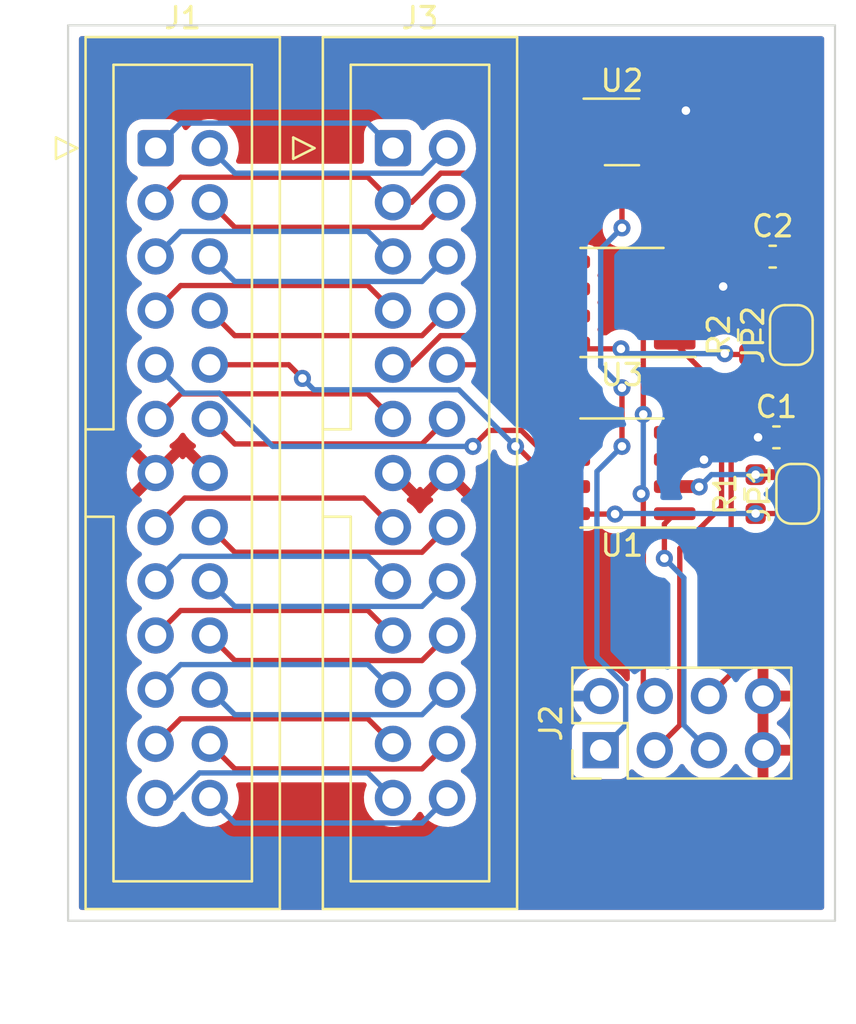
<source format=kicad_pcb>
(kicad_pcb (version 20211014) (generator pcbnew)

  (general
    (thickness 1.6)
  )

  (paper "A4")
  (layers
    (0 "F.Cu" signal)
    (31 "B.Cu" signal)
    (32 "B.Adhes" user "B.Adhesive")
    (33 "F.Adhes" user "F.Adhesive")
    (34 "B.Paste" user)
    (35 "F.Paste" user)
    (36 "B.SilkS" user "B.Silkscreen")
    (37 "F.SilkS" user "F.Silkscreen")
    (38 "B.Mask" user)
    (39 "F.Mask" user)
    (40 "Dwgs.User" user "User.Drawings")
    (41 "Cmts.User" user "User.Comments")
    (42 "Eco1.User" user "User.Eco1")
    (43 "Eco2.User" user "User.Eco2")
    (44 "Edge.Cuts" user)
    (45 "Margin" user)
    (46 "B.CrtYd" user "B.Courtyard")
    (47 "F.CrtYd" user "F.Courtyard")
    (48 "B.Fab" user)
    (49 "F.Fab" user)
    (50 "User.1" user)
    (51 "User.2" user)
    (52 "User.3" user)
    (53 "User.4" user)
    (54 "User.5" user)
    (55 "User.6" user)
    (56 "User.7" user)
    (57 "User.8" user)
    (58 "User.9" user)
  )

  (setup
    (pad_to_mask_clearance 0)
    (pcbplotparams
      (layerselection 0x00010fc_ffffffff)
      (disableapertmacros false)
      (usegerberextensions false)
      (usegerberattributes true)
      (usegerberadvancedattributes true)
      (creategerberjobfile true)
      (svguseinch false)
      (svgprecision 6)
      (excludeedgelayer true)
      (plotframeref false)
      (viasonmask false)
      (mode 1)
      (useauxorigin false)
      (hpglpennumber 1)
      (hpglpenspeed 20)
      (hpglpendiameter 15.000000)
      (dxfpolygonmode true)
      (dxfimperialunits true)
      (dxfusepcbnewfont true)
      (psnegative false)
      (psa4output false)
      (plotreference true)
      (plotvalue true)
      (plotinvisibletext false)
      (sketchpadsonfab false)
      (subtractmaskfromsilk false)
      (outputformat 1)
      (mirror false)
      (drillshape 1)
      (scaleselection 1)
      (outputdirectory "")
    )
  )

  (net 0 "")
  (net 1 "GND")
  (net 2 "+5V")
  (net 3 "CAN1_L_b")
  (net 4 "TX_OUT")
  (net 5 "RX_OUT")
  (net 6 "RX_IN")
  (net 7 "TX_IN")
  (net 8 "CAN1_H_a")
  (net 9 "CAN1_L_a")
  (net 10 "+3V3")
  (net 11 "unconnected-(U1-Pad5)")
  (net 12 "CAN1_H_b")
  (net 13 "Net-(R1-Pad1)")
  (net 14 "unconnected-(U2-Pad4)")
  (net 15 "unconnected-(U3-Pad5)")
  (net 16 "14")
  (net 17 "Net-(J1-Pad2)")
  (net 18 "Net-(J1-Pad4)")
  (net 19 "16")
  (net 20 "Net-(J1-Pad6)")
  (net 21 "17")
  (net 22 "Net-(J1-Pad8)")
  (net 23 "19")
  (net 24 "Net-(J1-Pad12)")
  (net 25 "21")
  (net 26 "Net-(J1-Pad16)")
  (net 27 "22")
  (net 28 "Net-(J1-Pad18)")
  (net 29 "23")
  (net 30 "Net-(J1-Pad20)")
  (net 31 "24")
  (net 32 "Net-(J1-Pad22)")
  (net 33 "25")
  (net 34 "Net-(J1-Pad24)")
  (net 35 "26")
  (net 36 "Net-(J1-Pad26)")
  (net 37 "Net-(R2-Pad1)")

  (footprint "Capacitor_SMD:C_0603_1608Metric_Pad1.08x0.95mm_HandSolder" (layer "F.Cu") (at 147.25 98.325))

  (footprint "Package_TO_SOT_SMD:SOT-23-5" (layer "F.Cu") (at 140 84))

  (footprint "Package_SO:SOIC-8_3.9x4.9mm_P1.27mm" (layer "F.Cu") (at 140 100 180))

  (footprint "Jumper:SolderJumper-2_P1.3mm_Bridged_RoundedPad1.0x1.5mm" (layer "F.Cu") (at 148.25 100.975 90))

  (footprint "Package_SO:SOIC-8_3.9x4.9mm_P1.27mm" (layer "F.Cu") (at 140 92 180))

  (footprint "Resistor_SMD:R_0603_1608Metric_Pad0.98x0.95mm_HandSolder" (layer "F.Cu") (at 146.275 100.9875 90))

  (footprint "Jumper:SolderJumper-2_P1.3mm_Bridged_RoundedPad1.0x1.5mm" (layer "F.Cu") (at 147.95 93.525 90))

  (footprint "Connector_PinHeader_2.54mm:PinHeader_2x04_P2.54mm_Vertical" (layer "F.Cu") (at 139 113 90))

  (footprint "Connector_IDC:IDC-Header_2x13_P2.54mm_Vertical" (layer "F.Cu") (at 118.11 84.76))

  (footprint "Capacitor_SMD:C_0603_1608Metric_Pad1.08x0.95mm_HandSolder" (layer "F.Cu") (at 147.075 89.85))

  (footprint "Resistor_SMD:R_0603_1608Metric_Pad0.98x0.95mm_HandSolder" (layer "F.Cu") (at 145.975 93.525 90))

  (footprint "Connector_IDC:IDC-Header_2x13_P2.54mm_Vertical" (layer "F.Cu") (at 129.2475 84.76))

  (gr_line (start 150 79) (end 150 121) (layer "Edge.Cuts") (width 0.1) (tstamp 37adae89-c453-452e-9eba-b7b5810782ff))
  (gr_line (start 114 121) (end 114 79) (layer "Edge.Cuts") (width 0.1) (tstamp 68ac5ede-4be6-4cf4-af0b-e6ffb760e579))
  (gr_line (start 114 79) (end 150 79) (layer "Edge.Cuts") (width 0.1) (tstamp 7f96af27-0894-4332-82e7-8a43e9cb2c6b))
  (gr_line (start 150 121) (end 114 121) (layer "Edge.Cuts") (width 0.1) (tstamp be3c84b7-d017-4d3f-a81b-d7b8f9c7d610))

  (segment (start 146.2375 92.875) (end 145.975 92.6125) (width 0.25) (layer "F.Cu") (net 1) (tstamp 0705a4b8-191a-481c-9642-e30d4f8b7703))
  (segment (start 143.61 100.635) (end 143.625 100.65) (width 0.25) (layer "F.Cu") (net 1) (tstamp 15a31f54-04c5-419f-8f88-f4c8aa85b434))
  (segment (start 147.95 92.875) (end 146.2375 92.875) (width 0.25) (layer "F.Cu") (net 1) (tstamp 73276d92-63e1-4616-b560-cb3ebc640510))
  (segment (start 142.475 100.635) (end 143.61 100.635) (width 0.25) (layer "F.Cu") (net 1) (tstamp d0bcadc0-8062-4a79-9b56-e3592d090664))
  (via (at 143.625 100.65) (size 0.8) (drill 0.4) (layers "F.Cu" "B.Cu") (net 1) (tstamp 905f2401-2b23-42dd-9f1f-61e429536cc2))
  (via (at 146.275 100.075) (size 0.8) (drill 0.4) (layers "F.Cu" "B.Cu") (net 1) (tstamp f2fedf92-cb6c-44a0-a8c3-326fa616d4fa))
  (segment (start 143.625 100.65) (end 144.2 100.075) (width 0.25) (layer "B.Cu") (net 1) (tstamp 38284b15-cf9d-423d-af8a-3cb3321f00f4))
  (segment (start 144.2 100.075) (end 146.275 100.075) (width 0.25) (layer "B.Cu") (net 1) (tstamp 588671fa-98e7-4579-8b6d-99e98c56d0d9))
  (segment (start 135.065489 85.934511) (end 137.95 83.05) (width 0.25) (layer "F.Cu") (net 2) (tstamp 222138b5-d6cb-4a76-bfb4-ba0550dad945))
  (segment (start 137.95 83.05) (end 138.8625 83.05) (width 0.25) (layer "F.Cu") (net 2) (tstamp 54d5a9ee-f256-497d-aa75-558498c68e3d))
  (segment (start 138.8625 84.95) (end 140 86.0875) (width 0.25) (layer "F.Cu") (net 2) (tstamp 60027e61-7c06-4372-a0e8-2c9f2ef4c1d8))
  (segment (start 119.284511 86.125489) (end 128.072989 86.125489) (width 0.25) (layer "F.Cu") (net 2) (tstamp 72c43909-830c-471d-91a5-b90da356a981))
  (segment (start 129.2475 87.3) (end 130.12649 87.3) (width 0.25) (layer "F.Cu") (net 2) (tstamp 7d31a6d7-88f5-4c78-83fa-083d2412cd54))
  (segment (start 128.072989 86.125489) (end 129.2475 87.3) (width 0.25) (layer "F.Cu") (net 2) (tstamp 906d08f4-1e2b-444d-b9a0-861994c259d7))
  (segment (start 130.12649 87.3) (end 131.491979 85.934511) (width 0.25) (layer "F.Cu") (net 2) (tstamp 956b560d-23aa-4151-ac3b-6ffba79f7764))
  (segment (start 137.877989 85.934511) (end 138.8625 84.95) (width 0.25) (layer "F.Cu") (net 2) (tstamp 96bbbf44-09fc-4e6b-b3a5-80f37757d490))
  (segment (start 118.11 87.3) (end 119.284511 86.125489) (width 0.25) (layer "F.Cu") (net 2) (tstamp 9e473952-0655-4c61-b0a7-804ff8996ecf))
  (segment (start 140 96) (end 140 98.75) (width 0.25) (layer "F.Cu") (net 2) (tstamp ac3cbfb4-7fa8-42ff-b4c0-75a28e62bfb1))
  (segment (start 140 86.0875) (end 140 88.5) (width 0.25) (layer "F.Cu") (net 2) (tstamp c13b5382-8f61-427b-baae-545e422d996e))
  (segment (start 131.491979 85.934511) (end 135.065489 85.934511) (width 0.25) (layer "F.Cu") (net 2) (tstamp cc662837-990c-4a0f-93a0-25df3683bc53))
  (segment (start 135.065489 85.934511) (end 137.877989 85.934511) (width 0.25) (layer "F.Cu") (net 2) (tstamp dc0de484-773a-4c2c-871d-0c796bbaeec2))
  (via (at 140 88.5) (size 0.8) (drill 0.4) (layers "F.Cu" "B.Cu") (net 2) (tstamp 0d4c2140-1a06-4cd9-861e-c1066ffc7fda))
  (via (at 140 98.75) (size 0.8) (drill 0.4) (layers "F.Cu" "B.Cu") (net 2) (tstamp 7f625e12-692b-4b28-b191-4fd476bf21d9))
  (via (at 140 96) (size 0.8) (drill 0.4) (layers "F.Cu" "B.Cu") (net 2) (tstamp 83faa0eb-1191-42c7-8b7e-046a3985374c))
  (segment (start 138.825 108.62399) (end 140.174511 109.973501) (width 0.25) (layer "B.Cu") (net 2) (tstamp 14fc2305-fea3-47d6-9a37-84bcd115322e))
  (segment (start 139 95) (end 140 96) (width 0.25) (layer "B.Cu") (net 2) (tstamp 4df5694c-2174-4bab-b139-0799f3fefca1))
  (segment (start 140 88.5) (end 139 89.5) (width 0.25) (layer "B.Cu") (net 2) (tstamp 52885c03-6adb-4db1-93d1-4aa22e4494fe))
  (segment (start 140.174511 111.825489) (end 139 113) (width 0.25) (layer "B.Cu") (net 2) (tstamp 6734d642-1332-41b0-95a1-bc63619b364b))
  (segment (start 140 98.75) (end 138.825 99.925) (width 0.25) (layer "B.Cu") (net 2) (tstamp 6fa8145f-4c86-431d-a94b-57494552123b))
  (segment (start 140.174511 109.973501) (end 140.174511 111.825489) (width 0.25) (layer "B.Cu") (net 2) (tstamp 881ba6c1-962a-43e8-acdf-1c75a4cb2656))
  (segment (start 138.825 99.925) (end 138.825 108.62399) (width 0.25) (layer "B.Cu") (net 2) (tstamp 8d91fba1-8886-4a37-831b-de5af95353f4))
  (segment (start 139 89.5) (end 139 95) (width 0.25) (layer "B.Cu") (net 2) (tstamp de6a532f-2d95-4570-8b11-0fbd10d3961c))
  (segment (start 136.639614 99.365) (end 135.274614 98) (width 0.25) (layer "F.Cu") (net 3) (tstamp 2b663c60-3d1d-416a-b4f3-bc88b30fecc2))
  (segment (start 133.75 98) (end 133 98.75) (width 0.25) (layer "F.Cu") (net 3) (tstamp 4d17dbec-6677-4692-ab72-28ff4b3efc4c))
  (segment (start 137.525 99.365) (end 136.639614 99.365) (width 0.25) (layer "F.Cu") (net 3) (tstamp 989437b9-cb29-4f7b-bbc4-05cee922a0af))
  (segment (start 135.274614 98) (end 133.75 98) (width 0.25) (layer "F.Cu") (net 3) (tstamp a0f7bed3-f86f-4691-99b7-86816373e0af))
  (via (at 133 98.75) (size 0.8) (drill 0.4) (layers "F.Cu" "B.Cu") (net 3) (tstamp 7ed5d499-ce91-4a0a-b8f6-172e9f6b9f3e))
  (segment (start 123.60101 98.75) (end 121.10101 96.25) (width 0.25) (layer "B.Cu") (net 3) (tstamp 039a3de2-4941-4b08-8cd7-77290cf1ea4b))
  (segment (start 119.44 96.25) (end 118.11 94.92) (width 0.25) (layer "B.Cu") (net 3) (tstamp 4359e8c3-d822-448a-af6e-6c4b0063b2ee))
  (segment (start 121.10101 96.25) (end 119.44 96.25) (width 0.25) (layer "B.Cu") (net 3) (tstamp 8018e8f6-27b0-4090-8d4f-ea935cfd590b))
  (segment (start 133 98.75) (end 123.60101 98.75) (width 0.25) (layer "B.Cu") (net 3) (tstamp dbd714d9-fc9f-4409-9946-03077eb75029))
  (segment (start 144.369614 98.095) (end 142.475 98.095) (width 0.25) (layer "F.Cu") (net 4) (tstamp 01a93aed-3f5f-490c-bdf0-2a82fc847f43))
  (segment (start 141.54 113) (end 142.714511 111.825489) (width 0.25) (layer "F.Cu") (net 4) (tstamp 2ff1d49a-c1be-4edc-bf3f-2a52fd4c3d16))
  (segment (start 144.675 98.400386) (end 144.369614 98.095) (width 0.25) (layer "F.Cu") (net 4) (tstamp 4396119c-99e6-41e2-9ac0-68739bd583b3))
  (segment (start 142.714511 111.825489) (end 142.714511 103.535489) (width 0.25) (layer "F.Cu") (net 4) (tstamp c40c6bbe-3e5d-4dc0-830f-a8ffddb54246))
  (segment (start 144.675 101.575) (end 144.675 98.400386) (width 0.25) (layer "F.Cu") (net 4) (tstamp dd723218-5c30-41fd-8726-40493ccc3dcd))
  (segment (start 142.714511 103.535489) (end 144.675 101.575) (width 0.25) (layer "F.Cu") (net 4) (tstamp f7a7e2fc-bddc-4986-9cb5-f3a1f3a42b31))
  (segment (start 141.990011 104) (end 141.990011 102.389989) (width 0.25) (layer "F.Cu") (net 5) (tstamp 7a448847-7116-48de-b692-b7877afd003d))
  (segment (start 141.990011 102.389989) (end 142.475 101.905) (width 0.25) (layer "F.Cu") (net 5) (tstamp 7bd1f7ed-387c-4f0e-861c-f776352253f0))
  (via (at 141.990011 104) (size 0.8) (drill 0.4) (layers "F.Cu" "B.Cu") (net 5) (tstamp 01d9e566-bc7d-4c20-a81e-89fcea8d3a8b))
  (segment (start 142.905489 111.825489) (end 142.905489 104.915478) (width 0.25) (layer "B.Cu") (net 5) (tstamp 37554477-8444-4e13-8ce2-29b2ff7ca69c))
  (segment (start 144.08 113) (end 142.905489 111.825489) (width 0.25) (layer "B.Cu") (net 5) (tstamp b3a0b8ce-2aa1-4690-9631-0ac56a44c123))
  (segment (start 142.905489 104.915478) (end 141.990011 104) (width 0.25) (layer "B.Cu") (net 5) (tstamp e1af900d-4d34-4f1c-9cac-0057cfab8079))
  (segment (start 145.12452 96.55452) (end 142.475 93.905) (width 0.25) (layer "F.Cu") (net 6) (tstamp 6640e98e-656f-46c7-b34a-df2d64dd505d))
  (segment (start 145.12452 109.41548) (end 145.12452 96.55452) (width 0.25) (layer "F.Cu") (net 6) (tstamp 9d883a3a-9ea5-4da2-ab06-a32664d72251))
  (segment (start 144.08 110.46) (end 145.12452 109.41548) (width 0.25) (layer "F.Cu") (net 6) (tstamp fb0cf383-b974-49fc-878c-23d5d10579e6))
  (segment (start 141 101.075) (end 141 109.92) (width 0.25) (layer "F.Cu") (net 7) (tstamp 7fd10477-a5e2-48f1-8f94-399831ffe2ea))
  (segment (start 142.098928 90.095) (end 142.475 90.095) (width 0.25) (layer "F.Cu") (net 7) (tstamp 9c60e7d3-b608-4979-96f6-1ac62873d94b))
  (segment (start 141 109.92) (end 141.54 110.46) (width 0.25) (layer "F.Cu") (net 7) (tstamp 9e96709e-45a0-4253-801e-fa0e46cded95))
  (segment (start 141 91.193928) (end 142.098928 90.095) (width 0.25) (layer "F.Cu") (net 7) (tstamp a6b3ca1d-fd4f-47f3-8a4d-2e3518aea13b))
  (segment (start 140.9 100.975) (end 141 101.075) (width 0.25) (layer "F.Cu") (net 7) (tstamp b227a2b4-060e-4ec6-bc4a-8e998433531f))
  (segment (start 141 97.25) (end 141 91.193928) (width 0.25) (layer "F.Cu") (net 7) (tstamp d0d4f553-fa9d-4102-9d57-00ae57584fca))
  (via (at 140.9 100.975) (size 0.8) (drill 0.4) (layers "F.Cu" "B.Cu") (net 7) (tstamp 3aa25b70-0c26-4a82-807f-f9b9da2f3069))
  (via (at 141 97.25) (size 0.8) (drill 0.4) (layers "F.Cu" "B.Cu") (net 7) (tstamp 437e54dd-953f-4e30-90f7-1dedc39be67b))
  (segment (start 140.9 100.975) (end 141 100.875) (width 0.25) (layer "B.Cu") (net 7) (tstamp 20a18dab-c529-4141-ac91-e0651a4d7492))
  (segment (start 141 100.875) (end 141 97.25) (width 0.25) (layer "B.Cu") (net 7) (tstamp a99b7081-5276-4cae-b987-4d5349585eaa))
  (segment (start 133.58 94.92) (end 135.865 92.635) (width 0.25) (layer "F.Cu") (net 8) (tstamp 367b3eef-20d3-4ac9-9a2e-6e8bab424d64))
  (segment (start 131.7875 94.92) (end 133.58 94.92) (width 0.25) (layer "F.Cu") (net 8) (tstamp 3e45d173-0f65-4631-8988-3e024d7bd343))
  (segment (start 135.865 92.635) (end 137.525 92.635) (width 0.25) (layer "F.Cu") (net 8) (tstamp efff262d-2943-460e-b8d2-6562385a049f))
  (segment (start 129.2475 94.92) (end 130.12649 94.92) (width 0.25) (layer "F.Cu") (net 9) (tstamp 3921a141-d594-4e5d-b607-2e3ed30a4534))
  (segment (start 134.195489 93.554511) (end 136.385 91.365) (width 0.25) (layer "F.Cu") (net 9) (tstamp 5297421a-6a31-4f22-a6a7-119b56ceb54e))
  (segment (start 136.385 91.365) (end 137.525 91.365) (width 0.25) (layer "F.Cu") (net 9) (tstamp bd72f7ee-4d12-40db-ac74-db1201d28ba1))
  (segment (start 130.12649 94.92) (end 131.491979 93.554511) (width 0.25) (layer "F.Cu") (net 9) (tstamp e81f6c52-9d31-4297-a40e-dd97963bf87c))
  (segment (start 131.491979 93.554511) (end 134.195489 93.554511) (width 0.25) (layer "F.Cu") (net 9) (tstamp f3688389-ee69-4a86-9d77-0aafd858d18b))
  (segment (start 143.85 99.375) (end 143.84 99.365) (width 0.25) (layer "F.Cu") (net 10) (tstamp 2a5d72d2-83e3-4df0-9477-0943cb40fda1))
  (segment (start 142.95 83.05) (end 143 83) (width 0.25) (layer "F.Cu") (net 10) (tstamp 2ac9f492-fb3e-4522-b218-a77e0aa5250c))
  (segment (start 144.635 91.365) (end 144.75 91.25) (width 0.25) (layer "F.Cu") (net 10) (tstamp 6d424111-ad3f-405e-8fe4-4769e6e6ee15))
  (segment (start 141.1375 83.05) (end 142.95 83.05) (width 0.25) (layer "F.Cu") (net 10) (tstamp 8ed1e97b-dac8-496a-ae53-c12e044ab525))
  (segment (start 144.75 91.25) (end 144.8125 91.25) (width 0.25) (layer "F.Cu") (net 10) (tstamp 96856a0e-2bc1-4212-80ac-ac1f374d4449))
  (segment (start 143.84 99.365) (end 142.475 99.365) (width 0.25) (layer "F.Cu") (net 10) (tstamp afae1f0b-ceda-4766-a838-b9e0a3455166))
  (segment (start 142.475 91.365) (end 144.635 91.365) (width 0.25) (layer "F.Cu") (net 10) (tstamp c0ecbcfe-7b79-44fa-b3b8-a6edb101ac67))
  (segment (start 144.8125 91.25) (end 146.2125 89.85) (width 0.25) (layer "F.Cu") (net 10) (tstamp f1a8f4a6-02e1-4551-b8e0-9a2eb2cb55e1))
  (via (at 143.85 99.375) (size 0.8) (drill 0.4) (layers "F.Cu" "B.Cu") (net 10) (tstamp ad0bbfa1-0b5c-48b3-80f8-4224ada35993))
  (via (at 146.3875 98.325) (size 0.8) (drill 0.4) (layers "F.Cu" "B.Cu") (net 10) (tstamp c828d757-acee-4012-b180-08fa53c74a48))
  (via (at 143 83) (size 0.8) (drill 0.4) (layers "F.Cu" "B.Cu") (net 10) (tstamp d4345894-0888-4df4-9263-3eb20ae519ab))
  (via (at 144.75 91.25) (size 0.8) (drill 0.4) (layers "F.Cu" "B.Cu") (net 10) (tstamp f02143ec-3735-4cb6-8bbd-246cba88c3b7))
  (segment (start 143.85 99.375) (end 145.3375 99.375) (width 0.25) (layer "B.Cu") (net 10) (tstamp d3d5ac86-c364-42d3-b107-2f6fb5119784))
  (segment (start 145.3375 99.375) (end 146.3875 98.325) (width 0.25) (layer "B.Cu") (net 10) (tstamp f3d0f509-0dd0-4774-9a81-69320c6b4224))
  (segment (start 136.945778 100.635) (end 137.525 100.635) (width 0.25) (layer "F.Cu") (net 12) (tstamp 57075325-c231-4e58-abc3-950998a179e1))
  (segment (start 135 98.75) (end 135.060778 98.75) (width 0.25) (layer "F.Cu") (net 12) (tstamp 771bf096-2620-4333-a0c5-0a4bab98a5f8))
  (segment (start 120.65 94.92) (end 124.359011 94.92) (width 0.25) (layer "F.Cu") (net 12) (tstamp 86aa3a97-7c0e-41fa-b771-0f0c3f623495))
  (segment (start 135.060778 98.75) (end 136.945778 100.635) (width 0.25) (layer "F.Cu") (net 12) (tstamp ba7689ed-78f8-4718-bdc8-296760eac451))
  (segment (start 124.359011 94.92) (end 125 95.560989) (width 0.25) (layer "F.Cu") (net 12) (tstamp fc961b64-0558-4d00-81b9-f7ac49343d0f))
  (via (at 125 95.560989) (size 0.8) (drill 0.4) (layers "F.Cu" "B.Cu") (net 12) (tstamp 35c78d5a-1a13-4d6b-ae9f-130e96e5aa1b))
  (via (at 135 98.75) (size 0.8) (drill 0.4) (layers "F.Cu" "B.Cu") (net 12) (tstamp 8ae1b107-9f66-4294-b8d6-cf632c7b8a37))
  (segment (start 135 98.75) (end 132.344511 96.094511) (width 0.25) (layer "B.Cu") (net 12) (tstamp 4d8074a0-ed5c-414c-9a5a-5b6449ad64b8))
  (segment (start 132.344511 96.094511) (end 125.533522 96.094511) (width 0.25) (layer "B.Cu") (net 12) (tstamp 666b1933-cca2-40a3-90a1-077aa7d3605b))
  (segment (start 125.533522 96.094511) (end 125 95.560989) (width 0.25) (layer "B.Cu") (net 12) (tstamp 9f91bfd8-8f3f-4d5a-bdf7-3389079e3e3c))
  (segment (start 146.275 101.9) (end 147.975 101.9) (width 0.25) (layer "F.Cu") (net 13) (tstamp 0f9040cd-1d7b-454d-89f9-f0aa1bac54fd))
  (segment (start 137.545 101.925) (end 137.525 101.905) (width 0.25) (layer "F.Cu") (net 13) (tstamp 89cb9c0f-b2c4-4546-b1af-a7b0f95e1513))
  (segment (start 147.975 101.9) (end 148.25 101.625) (width 0.25) (layer "F.Cu") (net 13) (tstamp b9f15cd6-166e-4d26-a0e9-17b9bd3d7855))
  (segment (start 139.675 101.925) (end 137.545 101.925) (width 0.25) (layer "F.Cu") (net 13) (tstamp ef633464-6b69-40e4-aefa-41b5e8de8116))
  (via (at 139.675 101.925) (size 0.8) (drill 0.4) (layers "F.Cu" "B.Cu") (net 13) (tstamp 4ac8a439-0e78-47db-b6ee-fa921d98f879))
  (via (at 146.275 101.9) (size 0.8) (drill 0.4) (layers "F.Cu" "B.Cu") (net 13) (tstamp 6b7347a9-a03c-4b02-ba56-6a125b9879b6))
  (segment (start 139.7 101.9) (end 139.675 101.925) (width 0.25) (layer "B.Cu") (net 13) (tstamp 8d4692be-6c7d-4347-8064-c5289c47c115))
  (segment (start 146.275 101.9) (end 139.7 101.9) (width 0.25) (layer "B.Cu") (net 13) (tstamp d28af20f-2b70-4d27-aba3-de6fca052a54))
  (segment (start 118.11 84.76) (end 119.284511 83.585489) (width 0.25) (layer "B.Cu") (net 16) (tstamp 45346e5b-30f3-4f2d-93bb-00c0cc954be9))
  (segment (start 119.284511 83.585489) (end 128.072989 83.585489) (width 0.25) (layer "B.Cu") (net 16) (tstamp be5f0528-9021-4698-acf7-7568c448e474))
  (segment (start 128.072989 83.585489) (end 129.2475 84.76) (width 0.25) (layer "B.Cu") (net 16) (tstamp f2a7aa4b-9dce-4357-9f70-92c352c6c738))
  (segment (start 120.65 84.76) (end 121.82452 85.93452) (width 0.25) (layer "B.Cu") (net 17) (tstamp 0083ec75-76b0-493d-8fda-a764c239d7cf))
  (segment (start 130.61298 85.93452) (end 131.7875 84.76) (width 0.25) (layer "B.Cu") (net 17) (tstamp 32b61a13-4aff-4bac-9fbe-92b95a644c62))
  (segment (start 121.82452 85.93452) (end 130.61298 85.93452) (width 0.25) (layer "B.Cu") (net 17) (tstamp c269488e-d53b-462a-958b-b94261f4be44))
  (segment (start 130.612989 88.474511) (end 131.7875 87.3) (width 0.25) (layer "F.Cu") (net 18) (tstamp 626b106f-5298-4624-8621-4c71b192b89c))
  (segment (start 120.65 87.3) (end 121.824511 88.474511) (width 0.25) (layer "F.Cu") (net 18) (tstamp 9df9c3da-3415-42a7-9ff8-310f85653067))
  (segment (start 121.824511 88.474511) (end 130.612989 88.474511) (width 0.25) (layer "F.Cu") (net 18) (tstamp f2142b5d-5acb-449f-bce9-da997f7a1565))
  (segment (start 118.11 89.84) (end 119.284511 88.665489) (width 0.25) (layer "B.Cu") (net 19) (tstamp 5bb9604f-b863-4300-9a44-4bd76802d13a))
  (segment (start 128.072989 88.665489) (end 129.2475 89.84) (width 0.25) (layer "B.Cu") (net 19) (tstamp 8385b95d-6b99-4dcf-a51f-c892e4cb3fe0))
  (segment (start 119.284511 88.665489) (end 128.072989 88.665489) (width 0.25) (layer "B.Cu") (net 19) (tstamp befff059-d19e-4cb7-8297-16485bae5356))
  (segment (start 120.65 89.84) (end 121.824511 91.014511) (width 0.25) (layer "B.Cu") (net 20) (tstamp 1e55239a-b4b2-44d6-96eb-f4d00923a84e))
  (segment (start 130.612989 91.014511) (end 131.7875 89.84) (width 0.25) (layer "B.Cu") (net 20) (tstamp abfa0b89-265b-4182-b7f9-23bf8177ecd1))
  (segment (start 121.824511 91.014511) (end 130.612989 91.014511) (width 0.25) (layer "B.Cu") (net 20) (tstamp b05437ce-3e5a-46fb-8266-f774125bcbb3))
  (segment (start 118.11 92.38) (end 119.284511 91.205489) (width 0.25) (layer "F.Cu") (net 21) (tstamp 11041ffe-9688-4e0f-81dc-bc6e1a68d24a))
  (segment (start 119.284511 91.205489) (end 128.072989 91.205489) (width 0.25) (layer "F.Cu") (net 21) (tstamp 62b04c01-f216-4648-a8ff-92e79b27eadf))
  (segment (start 128.072989 91.205489) (end 129.2475 92.38) (width 0.25) (layer "F.Cu") (net 21) (tstamp 8a4d46bd-9a80-42fc-b84c-b20ee2df828f))
  (segment (start 130.612989 93.554511) (end 131.7875 92.38) (width 0.25) (layer "F.Cu") (net 22) (tstamp 02d130a8-58c5-48c8-9baa-1ec19766502e))
  (segment (start 121.824511 93.554511) (end 130.612989 93.554511) (width 0.25) (layer "F.Cu") (net 22) (tstamp 19d5cb7b-4f53-4294-a994-7666d6b5f5b3))
  (segment (start 120.65 92.38) (end 121.824511 93.554511) (width 0.25) (layer "F.Cu") (net 22) (tstamp 513961d9-55a2-4e89-b4d5-4f7621876ab6))
  (segment (start 118.11 97.46) (end 119.284511 96.285489) (width 0.25) (layer "F.Cu") (net 23) (tstamp 8684bf80-6b9b-4995-9030-99528b55a852))
  (segment (start 128.072989 96.285489) (end 129.2475 97.46) (width 0.25) (layer "F.Cu") (net 23) (tstamp e7e38404-5a39-49b9-8f6e-3bbe3704e1ea))
  (segment (start 119.284511 96.285489) (end 128.072989 96.285489) (width 0.25) (layer "F.Cu") (net 23) (tstamp fa26564f-649c-4360-a510-eac91a6f828b))
  (segment (start 120.65 97.46) (end 121.824511 98.634511) (width 0.25) (layer "F.Cu") (net 24) (tstamp 53773cb4-330c-4bd4-84a1-999b438cd1a9))
  (segment (start 130.612989 98.634511) (end 131.7875 97.46) (width 0.25) (layer "F.Cu") (net 24) (tstamp 5bd0a9be-04df-410a-b009-60a563493524))
  (segment (start 121.824511 98.634511) (end 130.612989 98.634511) (width 0.25) (layer "F.Cu") (net 24) (tstamp fa405c89-84bb-448e-a831-f4bea4443621))
  (segment (start 118.11 102.54) (end 119.475489 101.174511) (width 0.25) (layer "F.Cu") (net 25) (tstamp 0ddb9489-dfa7-45e2-ba7e-d3d96e7f19ca))
  (segment (start 119.475489 101.174511) (end 127.882011 101.174511) (width 0.25) (layer "F.Cu") (net 25) (tstamp a7f2a493-0c9d-4122-99c0-6491746c3f82))
  (segment (start 127.882011 101.174511) (end 129.2475 102.54) (width 0.25) (layer "F.Cu") (net 25) (tstamp a851c0c1-318c-433e-aae3-5954620678ad))
  (segment (start 120.65 102.54) (end 121.824511 103.714511) (width 0.25) (layer "F.Cu") (net 26) (tstamp 22f519b6-8afd-453a-b5f6-72ea5b6ac716))
  (segment (start 121.824511 103.714511) (end 130.612989 103.714511) (width 0.25) (layer "F.Cu") (net 26) (tstamp 33224edd-7af0-477e-8508-48d43779fb23))
  (segment (start 130.612989 103.714511) (end 131.7875 102.54) (width 0.25) (layer "F.Cu") (net 26) (tstamp 333553c6-f6b4-4017-9145-356b55a50352))
  (segment (start 128.072989 103.905489) (end 129.2475 105.08) (width 0.25) (layer "B.Cu") (net 27) (tstamp 001d5752-6dea-4feb-a3a8-927e46b35e4b))
  (segment (start 118.11 105.08) (end 119.284511 103.905489) (width 0.25) (layer "B.Cu") (net 27) (tstamp 9fc387f7-6e5b-48e0-a111-f79a2e9fee3e))
  (segment (start 119.284511 103.905489) (end 128.072989 103.905489) (width 0.25) (layer "B.Cu") (net 27) (tstamp e27f448e-7766-4de9-9ac0-db4f8ae6fba9))
  (segment (start 130.612989 106.254511) (end 131.7875 105.08) (width 0.25) (layer "B.Cu") (net 28) (tstamp 12e30761-57f7-4680-ab51-2b33bf4a932b))
  (segment (start 121.824511 106.254511) (end 130.612989 106.254511) (width 0.25) (layer "B.Cu") (net 28) (tstamp 551ff0be-0f22-41b8-8ae1-b42b70b8d1e8))
  (segment (start 120.65 105.08) (end 121.824511 106.254511) (width 0.25) (layer "B.Cu") (net 28) (tstamp ea49f44a-164d-4ef1-b863-23692aac84c0))
  (segment (start 128.072989 106.445489) (end 129.2475 107.62) (width 0.25) (layer "F.Cu") (net 29) (tstamp 085166d8-a6d2-4681-9791-71ac50a5da4c))
  (segment (start 118.11 107.62) (end 119.284511 106.445489) (width 0.25) (layer "F.Cu") (net 29) (tstamp 0cd77e6c-df5f-4e65-a84d-88d664473e02))
  (segment (start 119.284511 106.445489) (end 128.072989 106.445489) (width 0.25) (layer "F.Cu") (net 29) (tstamp bd1d54ed-8ee5-4dc8-8eb5-f86485dc0328))
  (segment (start 121.824511 108.794511) (end 130.612989 108.794511) (width 0.25) (layer "F.Cu") (net 30) (tstamp 03215252-49c6-4df0-9283-d2118213582c))
  (segment (start 120.65 107.62) (end 121.824511 108.794511) (width 0.25) (layer "F.Cu") (net 30) (tstamp 66433b9a-96d8-47fc-9891-1c4284cd48fa))
  (segment (start 130.612989 108.794511) (end 131.7875 107.62) (width 0.25) (layer "F.Cu") (net 30) (tstamp ebb8a04f-bc97-4cb2-8597-7d6d0901822e))
  (segment (start 128.072989 108.985489) (end 129.2475 110.16) (width 0.25) (layer "B.Cu") (net 31) (tstamp 02c71bb5-0d4d-4904-a0f1-a48aa5971042))
  (segment (start 118.11 110.16) (end 119.284511 108.985489) (width 0.25) (layer "B.Cu") (net 31) (tstamp 6d679b9a-efbf-457c-862a-fab84311c046))
  (segment (start 119.284511 108.985489) (end 128.072989 108.985489) (width 0.25) (layer "B.Cu") (net 31) (tstamp bf480b89-29d9-45a0-9aa7-4dda03c85381))
  (segment (start 130.612989 111.334511) (end 131.7875 110.16) (width 0.25) (layer "B.Cu") (net 32) (tstamp 6e22864b-0714-4019-83f6-3c8c06e69a24))
  (segment (start 120.65 110.16) (end 121.824511 111.334511) (width 0.25) (layer "B.Cu") (net 32) (tstamp 87676f84-66e6-4097-92f8-98732f957dc8))
  (segment (start 121.824511 111.334511) (end 130.612989 111.334511) (width 0.25) (layer "B.Cu") (net 32) (tstamp 9f8a76a9-fc92-47cb-98cf-eb19daadaa30))
  (segment (start 118.11 112.7) (end 119.284511 111.525489) (width 0.25) (layer "F.Cu") (net 33) (tstamp 19194afe-2373-4b25-97d7-a98b550d9dce))
  (segment (start 119.284511 111.525489) (end 128.072989 111.525489) (width 0.25) (layer "F.Cu") (net 33) (tstamp 9fb1f4ca-5068-487f-8e89-47a2a38dc03c))
  (segment (start 128.072989 111.525489) (end 129.2475 112.7) (width 0.25) (layer "F.Cu") (net 33) (tstamp f73c9f6c-8790-47b0-9efc-614c905ffc52))
  (segment (start 130.612989 113.874511) (end 131.7875 112.7) (width 0.25) (layer "F.Cu") (net 34) (tstamp 4f8f4c7c-af07-4ede-b2e5-9be6a7da67dd))
  (segment (start 120.65 112.7) (end 121.824511 113.874511) (width 0.25) (layer "F.Cu") (net 34) (tstamp 765f9432-c578-49ae-a63b-aa050d95d35b))
  (segment (start 121.824511 113.874511) (end 130.612989 113.874511) (width 0.25) (layer "F.Cu") (net 34) (tstamp ed2ff1bf-46d1-45aa-a998-ccbb3943ad94))
  (segment (start 118.11 115.24) (end 118.98899 115.24) (width 0.25) (layer "B.Cu") (net 35) (tstamp 22b72a7d-5cfb-45c2-b9a1-4f8fc019b2a3))
  (segment (start 118.98899 115.24) (end 120.163501 114.065489) (width 0.25) (layer "B.Cu") (net 35) (tstamp 8f21f562-88e4-4ef0-b67e-6d49628c7acc))
  (segment (start 128.072989 114.065489) (end 129.2475 115.24) (width 0.25) (layer "B.Cu") (net 35) (tstamp ebd50f98-fa1d-477d-9eae-34f387f64d93))
  (segment (start 120.163501 114.065489) (end 128.072989 114.065489) (width 0.25) (layer "B.Cu") (net 35) (tstamp f7346785-78b3-4a5e-afbe-5b1982c1b45e))
  (segment (start 130.612989 116.414511) (end 131.7875 115.24) (width 0.25) (layer "B.Cu") (net 36) (tstamp 38acb754-9cb3-473a-ae9f-edc241dde841))
  (segment (start 121.824511 116.414511) (end 130.612989 116.414511) (width 0.25) (layer "B.Cu") (net 36) (tstamp 53face3d-645e-4072-a158-093850dfb8fb))
  (segment (start 120.65 115.24) (end 121.824511 116.414511) (width 0.25) (layer "B.Cu") (net 36) (tstamp c8685291-8782-4608-91fd-c24750a708d7))
  (segment (start 137.795 94.175) (end 137.525 93.905) (width 0.25) (layer "F.Cu") (net 37) (tstamp 01e69ef0-b560-41dd-b16f-bc921bd65607))
  (segment (start 145.975 94.4375) (end 147.6875 94.4375) (width 0.25) (layer "F.Cu") (net 37) (tstamp 202e8cc5-78e5-4531-84ca-9f84743c5ba5))
  (segment (start 145.975 94.4375) (end 144.8625 94.4375) (width 0.25) (layer "F.Cu") (net 37) (tstamp 362d7bf6-44e8-40b2-9762-a8ff5541b050))
  (segment (start 144.8625 94.4375) (end 144.825 94.4) (width 0.25) (layer "F.Cu") (net 37) (tstamp 53e8046a-1d59-4374-919a-be5f7cc4a4f4))
  (segment (start 139.95 94.175) (end 137.795 94.175) (width 0.25) (layer "F.Cu") (net 37) (tstamp 5b4ca86c-ae63-4f30-b793-373734769e47))
  (segment (start 147.6875 94.4375) (end 147.95 94.175) (width 0.25) (layer "F.Cu") (net 37) (tstamp e0fb4996-14ac-4391-982b-b8f6ac20cf31))
  (via (at 139.95 94.175) (size 0.8) (drill 0.4) (layers "F.Cu" "B.Cu") (net 37) (tstamp af988139-e4a2-4a79-8faf-c94d50a2ed3a))
  (via (at 144.825 94.4) (size 0.8) (drill 0.4) (layers "F.Cu" "B.Cu") (net 37) (tstamp b98ff10d-591f-4fd6-bc6c-5200de8ff75b))
  (segment (start 140.175 94.4) (end 139.95 94.175) (width 0.25) (layer "B.Cu") (net 37) (tstamp 38541585-663b-40c5-92ae-86b487bed3b9))
  (segment (start 144.825 94.4) (end 140.175 94.4) (width 0.25) (layer "B.Cu") (net 37) (tstamp f4445ff0-10cb-4441-a446-324ab085cce6))

  (zone (net 1) (net_name "GND") (layer "F.Cu") (tstamp 3b3aa576-ac40-49d3-b51b-027ad32ec1ce) (hatch edge 0.508)
    (connect_pads (clearance 0.508))
    (min_thickness 0.254) (filled_areas_thickness no)
    (fill yes (thermal_gap 0.508) (thermal_bridge_width 0.508))
    (polygon
      (pts
        (xy 150 121)
        (xy 114 121)
        (xy 114 79)
        (xy 150 79)
      )
    )
    (filled_polygon
      (layer "F.Cu")
      (pts
        (xy 149.434121 79.528002)
        (xy 149.480614 79.581658)
        (xy 149.492 79.634)
        (xy 149.492 100.602577)
        (xy 149.471998 100.670698)
        (xy 149.418342 100.717191)
        (xy 149.348068 100.727295)
        (xy 149.293052 100.70217)
        (xy 149.292135 100.703598)
        (xy 149.284555 100.698726)
        (xy 149.277743 100.692824)
        (xy 149.144734 100.632081)
        (xy 149 100.611271)
        (xy 148.579481 100.611271)
        (xy 148.568223 100.610767)
        (xy 148.556651 100.609729)
        (xy 148.518627 100.606318)
        (xy 148.516205 100.606288)
        (xy 148.516198 100.606288)
        (xy 148.512884 100.606248)
        (xy 148.506285 100.606167)
        (xy 148.43562 100.610767)
        (xy 148.431964 100.611005)
        (xy 148.423779 100.611271)
        (xy 148.079481 100.611271)
        (xy 148.068223 100.610767)
        (xy 148.056651 100.609729)
        (xy 148.018627 100.606318)
        (xy 148.016205 100.606288)
        (xy 148.016198 100.606288)
        (xy 148.012884 100.606248)
        (xy 148.006285 100.606167)
        (xy 147.93562 100.610767)
        (xy 147.931964 100.611005)
        (xy 147.923779 100.611271)
        (xy 147.5 100.611271)
        (xy 147.491024 100.611913)
        (xy 147.433627 100.616018)
        (xy 147.433626 100.616018)
        (xy 147.426889 100.6165)
        (xy 147.405804 100.622691)
        (xy 147.334807 100.622691)
        (xy 147.275081 100.584307)
        (xy 147.245588 100.519726)
        (xy 147.247106 100.475382)
        (xy 147.248181 100.47037)
        (xy 147.257672 100.37773)
        (xy 147.258 100.371315)
        (xy 147.258 100.347115)
        (xy 147.253525 100.331876)
        (xy 147.252135 100.330671)
        (xy 147.244452 100.329)
        (xy 146.147 100.329)
        (xy 146.078879 100.308998)
        (xy 146.032386 100.255342)
        (xy 146.021 100.203)
        (xy 146.021 99.947)
        (xy 146.041002 99.878879)
        (xy 146.094658 99.832386)
        (xy 146.147 99.821)
        (xy 147.239885 99.821)
        (xy 147.255124 99.816525)
        (xy 147.256329 99.815135)
        (xy 147.258 99.807452)
        (xy 147.258 99.778734)
        (xy 147.257663 99.772218)
        (xy 147.247925 99.678368)
        (xy 147.245032 99.664972)
        (xy 147.194512 99.513547)
        (xy 147.188347 99.500385)
        (xy 147.104571 99.365004)
        (xy 147.095025 99.352959)
        (xy 147.068389 99.287149)
        (xy 147.081561 99.217385)
        (xy 147.127469 99.167553)
        (xy 147.132267 99.164584)
        (xy 147.154031 99.151116)
        (xy 147.161274 99.143861)
        (xy 147.163038 99.142895)
        (xy 147.164941 99.141387)
        (xy 147.165199 99.141713)
        (xy 147.223554 99.109781)
        (xy 147.294375 99.114782)
        (xy 147.33947 99.143708)
        (xy 147.342131 99.146364)
        (xy 147.35354 99.155375)
        (xy 147.489063 99.238912)
        (xy 147.502241 99.245056)
        (xy 147.653766 99.295315)
        (xy 147.667132 99.298181)
        (xy 147.75977 99.307672)
        (xy 147.766185 99.308)
        (xy 147.840385 99.308)
        (xy 147.855624 99.303525)
        (xy 147.856829 99.302135)
        (xy 147.8585 99.294452)
        (xy 147.8585 99.289885)
        (xy 148.3665 99.289885)
        (xy 148.370975 99.305124)
        (xy 148.372365 99.306329)
        (xy 148.380048 99.308)
        (xy 148.458766 99.308)
        (xy 148.465282 99.307663)
        (xy 148.559132 99.297925)
        (xy 148.572528 99.295032)
        (xy 148.723953 99.244512)
        (xy 148.737115 99.238347)
        (xy 148.872492 99.154574)
        (xy 148.88389 99.14554)
        (xy 148.996363 99.032871)
        (xy 149.005375 99.02146)
        (xy 149.088912 98.885937)
        (xy 149.095056 98.872759)
        (xy 149.145315 98.721234)
        (xy 149.148181 98.707868)
        (xy 149.157672 98.61523)
        (xy 149.158 98.608815)
        (xy 149.158 98.597115)
        (xy 149.153525 98.581876)
        (xy 149.152135 98.580671)
        (xy 149.144452 98.579)
        (xy 148.384615 98.579)
        (xy 148.369376 98.583475)
        (xy 148.368171 98.584865)
        (xy 148.3665 98.592548)
        (xy 148.3665 99.289885)
        (xy 147.8585 99.289885)
        (xy 147.8585 98.052885)
        (xy 148.3665 98.052885)
        (xy 148.370975 98.068124)
        (xy 148.372365 98.069329)
        (xy 148.380048 98.071)
        (xy 149.139885 98.071)
        (xy 149.155124 98.066525)
        (xy 149.156329 98.065135)
        (xy 149.158 98.057452)
        (xy 149.158 98.041234)
        (xy 149.157663 98.034718)
        (xy 149.147925 97.940868)
        (xy 149.145032 97.927472)
        (xy 149.094512 97.776047)
        (xy 149.088347 97.762885)
        (xy 149.004574 97.627508)
        (xy 148.99554 97.61611)
        (xy 148.882871 97.503637)
        (xy 148.87146 97.494625)
        (xy 148.735937 97.411088)
        (xy 148.722759 97.404944)
        (xy 148.571234 97.354685)
        (xy 148.557868 97.351819)
        (xy 148.46523 97.342328)
        (xy 148.458815 97.342)
        (xy 148.384615 97.342)
        (xy 148.369376 97.346475)
        (xy 148.368171 97.347865)
        (xy 148.3665 97.355548)
        (xy 148.3665 98.052885)
        (xy 147.8585 98.052885)
        (xy 147.8585 97.360115)
        (xy 147.854025 97.344876)
        (xy 147.852635 97.343671)
        (xy 147.844952 97.342)
        (xy 147.766234 97.342)
        (xy 147.759718 97.342337)
        (xy 147.665868 97.352075)
        (xy 147.652472 97.354968)
        (xy 147.501047 97.405488)
        (xy 147.487885 97.411653)
        (xy 147.352508 97.495426)
        (xy 147.341106 97.504464)
        (xy 147.339433 97.506139)
        (xy 147.338007 97.506919)
        (xy 147.335373 97.509007)
        (xy 147.335016 97.508556)
        (xy 147.277151 97.540219)
        (xy 147.206331 97.535216)
        (xy 147.161246 97.506299)
        (xy 147.158185 97.503244)
        (xy 147.153003 97.498071)
        (xy 147.129225 97.483414)
        (xy 147.01115 97.410631)
        (xy 147.011148 97.41063)
        (xy 147.00492 97.406791)
        (xy 146.839809 97.352026)
        (xy 146.832973 97.351326)
        (xy 146.83297 97.351325)
        (xy 146.781474 97.346049)
        (xy 146.737072 97.3415)
        (xy 146.037928 97.3415)
        (xy 146.034682 97.341837)
        (xy 146.034678 97.341837)
        (xy 145.940765 97.351581)
        (xy 145.940761 97.351582)
        (xy 145.933907 97.352293)
        (xy 145.927374 97.354473)
        (xy 145.927363 97.354475)
        (xy 145.923897 97.355632)
        (xy 145.921624 97.355715)
        (xy 145.920628 97.35593)
        (xy 145.92059 97.355753)
        (xy 145.852947 97.358218)
        (xy 145.791863 97.322034)
        (xy 145.760038 97.25857)
        (xy 145.75802 97.236109)
        (xy 145.75802 96.633287)
        (xy 145.758547 96.622104)
        (xy 145.760222 96.614611)
        (xy 145.759713 96.598401)
        (xy 145.758082 96.546534)
        (xy 145.75802 96.542575)
        (xy 145.75802 96.514664)
        (xy 145.757515 96.510664)
        (xy 145.756582 96.498821)
        (xy 145.755442 96.462549)
        (xy 145.755193 96.45463)
        (xy 145.749542 96.435178)
        (xy 145.745534 96.415826)
        (xy 145.743987 96.403583)
        (xy 145.742994 96.395723)
        (xy 145.733426 96.371556)
        (xy 145.72672 96.354617)
        (xy 145.722875 96.34339)
        (xy 145.722241 96.341207)
        (xy 145.710538 96.300927)
        (xy 145.700227 96.283492)
        (xy 145.691532 96.265744)
        (xy 145.684072 96.246903)
        (xy 145.658084 96.211133)
        (xy 145.651568 96.201213)
        (xy 145.6331 96.169985)
        (xy 145.633098 96.169982)
        (xy 145.629062 96.163158)
        (xy 145.614741 96.148837)
        (xy 145.6019 96.133803)
        (xy 145.594651 96.123826)
        (xy 145.589992 96.117413)
        (xy 145.555915 96.089222)
        (xy 145.547136 96.081232)
        (xy 144.964105 95.498201)
        (xy 144.930079 95.435889)
        (xy 144.935144 95.365074)
        (xy 144.977691 95.308238)
        (xy 145.027002 95.285859)
        (xy 145.107288 95.268794)
        (xy 145.137331 95.255418)
        (xy 145.207698 95.245984)
        (xy 145.266674 95.271645)
        (xy 145.266817 95.271758)
        (xy 145.271997 95.276929)
        (xy 145.278224 95.280767)
        (xy 145.278226 95.280769)
        (xy 145.412924 95.363798)
        (xy 145.42008 95.368209)
        (xy 145.585191 95.422974)
        (xy 145.592027 95.423674)
        (xy 145.59203 95.423675)
        (xy 145.635339 95.428112)
        (xy 145.687928 95.4335)
        (xy 146.262072 95.4335)
        (xy 146.265318 95.433163)
        (xy 146.265322 95.433163)
        (xy 146.359235 95.423419)
        (xy 146.359239 95.423418)
        (xy 146.366093 95.422707)
        (xy 146.372629 95.420526)
        (xy 146.372631 95.420526)
        (xy 146.520895 95.371061)
        (xy 146.531107 95.367654)
        (xy 146.679031 95.276116)
        (xy 146.801929 95.153003)
        (xy 146.805769 95.146774)
        (xy 146.815564 95.130884)
        (xy 146.868336 95.083391)
        (xy 146.922824 95.071)
        (xy 147.194915 95.071)
        (xy 147.248462 95.082944)
        (xy 147.333979 95.123095)
        (xy 147.338262 95.124404)
        (xy 147.338266 95.124406)
        (xy 147.431803 95.153003)
        (xy 147.473277 95.165683)
        (xy 147.4777 95.166372)
        (xy 147.477706 95.166373)
        (xy 147.537568 95.175693)
        (xy 147.614795 95.187717)
        (xy 147.619262 95.187772)
        (xy 147.619267 95.187772)
        (xy 147.692831 95.188671)
        (xy 147.760438 95.189497)
        (xy 147.764723 95.188937)
        (xy 147.77176 95.188729)
        (xy 148.161047 95.188729)
        (xy 148.161047 95.188727)
        (xy 148.164014 95.188318)
        (xy 148.260438 95.189496)
        (xy 148.26488 95.188915)
        (xy 148.264883 95.188915)
        (xy 148.398002 95.171508)
        (xy 148.398004 95.171508)
        (xy 148.402452 95.170926)
        (xy 148.542748 95.131755)
        (xy 148.673841 95.074072)
        (xy 148.762097 95.019137)
        (xy 148.793694 94.99947)
        (xy 148.793698 94.999467)
        (xy 148.797496 94.997103)
        (xy 148.812905 94.984151)
        (xy 148.903699 94.907831)
        (xy 148.9037 94.90783)
        (xy 148.907131 94.904946)
        (xy 149.004218 94.796361)
        (xy 149.008837 94.789423)
        (xy 149.081099 94.680865)
        (xy 149.0811 94.680863)
        (xy 149.083581 94.677136)
        (xy 149.146289 94.545667)
        (xy 149.154631 94.518968)
        (xy 149.178094 94.443865)
        (xy 149.188999 94.408961)
        (xy 149.189898 94.403414)
        (xy 149.201473 94.331943)
        (xy 149.212287 94.265179)
        (xy 149.214123 94.165008)
        (xy 149.21483 94.126461)
        (xy 149.21483 94.126459)
        (xy 149.214912 94.12198)
        (xy 149.214359 94.117535)
        (xy 149.214122 94.113056)
        (xy 149.214249 94.113049)
        (xy 149.213729 94.104661)
        (xy 149.213729 93.675)
        (xy 149.2085 93.601889)
        (xy 149.17836 93.499242)
        (xy 149.169843 93.470235)
        (xy 149.169842 93.470233)
        (xy 149.167304 93.461589)
        (xy 149.12596 93.397257)
        (xy 149.093122 93.346159)
        (xy 149.09312 93.346156)
        (xy 149.08825 93.338579)
        (xy 149.08144 93.332678)
        (xy 148.984555 93.248726)
        (xy 148.984552 93.248724)
        (xy 148.977743 93.242824)
        (xy 148.844734 93.182081)
        (xy 148.824252 93.179136)
        (xy 148.8199 93.17851)
        (xy 148.7 93.161271)
        (xy 148.279481 93.161271)
        (xy 148.268223 93.160767)
        (xy 148.264249 93.160411)
        (xy 148.218627 93.156318)
        (xy 148.216205 93.156288)
        (xy 148.216198 93.156288)
        (xy 148.212884 93.156248)
        (xy 148.206285 93.156167)
        (xy 148.13562 93.160767)
        (xy 148.131964 93.161005)
        (xy 148.123779 93.161271)
        (xy 147.779481 93.161271)
        (xy 147.768223 93.160767)
        (xy 147.764249 93.160411)
        (xy 147.718627 93.156318)
        (xy 147.716205 93.156288)
        (xy 147.716198 93.156288)
        (xy 147.712884 93.156248)
        (xy 147.706285 93.156167)
        (xy 147.63562 93.160767)
        (xy 147.631964 93.161005)
        (xy 147.623779 93.161271)
        (xy 147.2 93.161271)
        (xy 147.191024 93.161913)
        (xy 147.133627 93.166018)
        (xy 147.133626 93.166018)
        (xy 147.126889 93.1665)
        (xy 147.102944 93.173531)
        (xy 147.031948 93.173531)
        (xy 146.972222 93.135148)
        (xy 146.942729 93.070567)
        (xy 146.944246 93.026222)
        (xy 146.948181 93.00787)
        (xy 146.957672 92.91523)
        (xy 146.958 92.908815)
        (xy 146.958 92.884615)
        (xy 146.953525 92.869376)
        (xy 146.952135 92.868171)
        (xy 146.944452 92.8665)
        (xy 145.010115 92.8665)
        (xy 144.994876 92.870975)
        (xy 144.993671 92.872365)
        (xy 144.992 92.880048)
        (xy 144.992 92.908766)
        (xy 144.992337 92.915282)
        (xy 145.002075 93.009132)
        (xy 145.004968 93.022528)
        (xy 145.055488 93.173953)
        (xy 145.061651 93.187111)
        (xy 145.144663 93.321257)
        (xy 145.1635 93.389709)
        (xy 145.142338 93.457479)
        (xy 145.087898 93.50305)
        (xy 145.011322 93.510807)
        (xy 144.926946 93.492873)
        (xy 144.926947 93.492873)
        (xy 144.920487 93.4915)
        (xy 144.729513 93.4915)
        (xy 144.723061 93.492872)
        (xy 144.723056 93.492872)
        (xy 144.638681 93.510807)
        (xy 144.542712 93.531206)
        (xy 144.536682 93.533891)
        (xy 144.536681 93.533891)
        (xy 144.374278 93.606197)
        (xy 144.374276 93.606198)
        (xy 144.368248 93.608882)
        (xy 144.362907 93.612762)
        (xy 144.362906 93.612763)
        (xy 144.312843 93.649136)
        (xy 144.213747 93.721134)
        (xy 144.178728 93.760027)
        (xy 144.177617 93.761261)
        (xy 144.117171 93.7985)
        (xy 144.046187 93.797148)
        (xy 143.987202 93.757634)
        (xy 143.958369 93.686836)
        (xy 143.957615 93.677257)
        (xy 143.955562 93.651169)
        (xy 143.920311 93.529834)
        (xy 143.911357 93.499012)
        (xy 143.911356 93.49901)
        (xy 143.909145 93.491399)
        (xy 143.865458 93.417529)
        (xy 143.828493 93.355024)
        (xy 143.828492 93.355023)
        (xy 143.824453 93.348193)
        (xy 143.821513 93.345253)
        (xy 143.79618 93.280734)
        (xy 143.810079 93.211111)
        (xy 143.822126 93.192364)
        (xy 143.82809 93.184676)
        (xy 143.904648 93.055221)
        (xy 143.910893 93.04079)
        (xy 143.949939 92.906395)
        (xy 143.949899 92.892294)
        (xy 143.94263 92.889)
        (xy 142.347 92.889)
        (xy 142.278879 92.868998)
        (xy 142.232386 92.815342)
        (xy 142.221 92.763)
        (xy 142.221 92.507)
        (xy 142.241002 92.438879)
        (xy 142.294658 92.392386)
        (xy 142.347 92.381)
        (xy 143.936878 92.381)
        (xy 143.950409 92.377027)
        (xy 143.951544 92.369129)
        (xy 143.910893 92.22921)
        (xy 143.904648 92.214779)
        (xy 143.889189 92.188639)
        (xy 143.87173 92.119823)
        (xy 143.894247 92.052491)
        (xy 143.949591 92.008022)
        (xy 143.997643 91.9985)
        (xy 144.19365 91.9985)
        (xy 144.261771 92.018502)
        (xy 144.267693 92.022551)
        (xy 144.293248 92.041118)
        (xy 144.299276 92.043802)
        (xy 144.299278 92.043803)
        (xy 144.318792 92.052491)
        (xy 144.467712 92.118794)
        (xy 144.561112 92.138647)
        (xy 144.648056 92.157128)
        (xy 144.648061 92.157128)
        (xy 144.654513 92.1585)
        (xy 144.845487 92.1585)
        (xy 144.851944 92.157127)
        (xy 144.855336 92.156771)
        (xy 144.925174 92.169544)
        (xy 144.97702 92.218046)
        (xy 144.994414 92.286879)
        (xy 144.993849 92.294925)
        (xy 144.992328 92.309772)
        (xy 144.992 92.316185)
        (xy 144.992 92.340385)
        (xy 144.996475 92.355624)
        (xy 144.997865 92.356829)
        (xy 145.005548 92.3585)
        (xy 145.702885 92.3585)
        (xy 145.718124 92.354025)
        (xy 145.719329 92.352635)
        (xy 145.721 92.344952)
        (xy 145.721 92.340385)
        (xy 146.229 92.340385)
        (xy 146.233475 92.355624)
        (xy 146.234865 92.356829)
        (xy 146.242548 92.3585)
        (xy 146.939885 92.3585)
        (xy 146.955124 92.354025)
        (xy 146.956329 92.352635)
        (xy 146.958 92.344952)
        (xy 146.958 92.316234)
        (xy 146.957663 92.309718)
        (xy 146.947925 92.215868)
        (xy 146.945032 92.202472)
        (xy 146.894512 92.051047)
        (xy 146.888347 92.037885)
        (xy 146.804574 91.902508)
        (xy 146.79554 91.89111)
        (xy 146.682871 91.778637)
        (xy 146.67146 91.769625)
        (xy 146.535937 91.686088)
        (xy 146.522759 91.679944)
        (xy 146.371234 91.629685)
        (xy 146.357868 91.626819)
        (xy 146.26523 91.617328)
        (xy 146.258815 91.617)
        (xy 146.247115 91.617)
        (xy 146.231876 91.621475)
        (xy 146.230671 91.622865)
        (xy 146.229 91.630548)
        (xy 146.229 92.340385)
        (xy 145.721 92.340385)
        (xy 145.721 91.635115)
        (xy 145.716525 91.619876)
        (xy 145.699779 91.605366)
        (xy 145.667799 91.587903)
        (xy 145.633774 91.52559)
        (xy 145.637062 91.459873)
        (xy 145.641501 91.446211)
        (xy 145.641502 91.446207)
        (xy 145.643542 91.439928)
        (xy 145.653567 91.344547)
        (xy 145.68058 91.278891)
        (xy 145.689782 91.268623)
        (xy 146.088 90.870405)
        (xy 146.150312 90.836379)
        (xy 146.177095 90.8335)
        (xy 146.562072 90.8335)
        (xy 146.565318 90.833163)
        (xy 146.565322 90.833163)
        (xy 146.659235 90.823419)
        (xy 146.659239 90.823418)
        (xy 146.666093 90.822707)
        (xy 146.672629 90.820526)
        (xy 146.672631 90.820526)
        (xy 146.824159 90.769972)
        (xy 146.831107 90.767654)
        (xy 146.979031 90.676116)
        (xy 146.986274 90.668861)
        (xy 146.988038 90.667895)
        (xy 146.989941 90.666387)
        (xy 146.990199 90.666713)
        (xy 147.048554 90.634781)
        (xy 147.119375 90.639782)
        (xy 147.16447 90.668708)
        (xy 147.167131 90.671364)
        (xy 147.17854 90.680375)
        (xy 147.314063 90.763912)
        (xy 147.327241 90.770056)
        (xy 147.478766 90.820315)
        (xy 147.492132 90.823181)
        (xy 147.58477 90.832672)
        (xy 147.591185 90.833)
        (xy 147.665385 90.833)
        (xy 147.680624 90.828525)
        (xy 147.681829 90.827135)
        (xy 147.6835 90.819452)
        (xy 147.6835 90.814885)
        (xy 148.1915 90.814885)
        (xy 148.195975 90.830124)
        (xy 148.197365 90.831329)
        (xy 148.205048 90.833)
        (xy 148.283766 90.833)
        (xy 148.290282 90.832663)
        (xy 148.384132 90.822925)
        (xy 148.397528 90.820032)
        (xy 148.548953 90.769512)
        (xy 148.562115 90.763347)
        (xy 148.697492 90.679574)
        (xy 148.70889 90.67054)
        (xy 148.821363 90.557871)
        (xy 148.830375 90.54646)
        (xy 148.913912 90.410937)
        (xy 148.920056 90.397759)
        (xy 148.970315 90.246234)
        (xy 148.973181 90.232868)
        (xy 148.982672 90.14023)
        (xy 148.983 90.133815)
        (xy 148.983 90.122115)
        (xy 148.978525 90.106876)
        (xy 148.977135 90.105671)
        (xy 148.969452 90.104)
        (xy 148.209615 90.104)
        (xy 148.194376 90.108475)
        (xy 148.193171 90.109865)
        (xy 148.1915 90.117548)
        (xy 148.1915 90.814885)
        (xy 147.6835 90.814885)
        (xy 147.6835 89.577885)
        (xy 148.1915 89.577885)
        (xy 148.195975 89.593124)
        (xy 148.197365 89.594329)
        (xy 148.205048 89.596)
        (xy 148.964885 89.596)
        (xy 148.980124 89.591525)
        (xy 148.981329 89.590135)
        (xy 148.983 89.582452)
        (xy 148.983 89.566234)
        (xy 148.982663 89.559718)
        (xy 148.972925 89.465868)
        (xy 148.970032 89.452472)
        (xy 148.919512 89.301047)
        (xy 148.913347 89.287885)
        (xy 148.829574 89.152508)
        (xy 148.82054 89.14111)
        (xy 148.707871 89.028637)
        (xy 148.69646 89.019625)
        (xy 148.560937 88.936088)
        (xy 148.547759 88.929944)
        (xy 148.396234 88.879685)
        (xy 148.382868 88.876819)
        (xy 148.29023 88.867328)
        (xy 148.283815 88.867)
        (xy 148.209615 88.867)
        (xy 148.194376 88.871475)
        (xy 148.193171 88.872865)
        (xy 148.1915 88.880548)
        (xy 148.1915 89.577885)
        (xy 147.6835 89.577885)
        (xy 147.6835 88.885115)
        (xy 147.679025 88.869876)
        (xy 147.677635 88.868671)
        (xy 147.669952 88.867)
        (xy 147.591234 88.867)
        (xy 147.584718 88.867337)
        (xy 147.490868 88.877075)
        (xy 147.477472 88.879968)
        (xy 147.326047 88.930488)
        (xy 147.312885 88.936653)
        (xy 147.177508 89.020426)
        (xy 147.166106 89.029464)
        (xy 147.164433 89.031139)
        (xy 147.163007 89.031919)
        (xy 147.160373 89.034007)
        (xy 147.160016 89.033556)
        (xy 147.102151 89.065219)
        (xy 147.031331 89.060216)
        (xy 146.986246 89.031299)
        (xy 146.983185 89.028244)
        (xy 146.978003 89.023071)
        (xy 146.82992 88.931791)
        (xy 146.664809 88.877026)
        (xy 146.657973 88.876326)
        (xy 146.65797 88.876325)
        (xy 146.606474 88.871049)
        (xy 146.562072 88.8665)
        (xy 145.862928 88.8665)
        (xy 145.859682 88.866837)
        (xy 145.859678 88.866837)
        (xy 145.765765 88.876581)
        (xy 145.765761 88.876582)
        (xy 145.758907 88.877293)
        (xy 145.752371 88.879474)
        (xy 145.752369 88.879474)
        (xy 145.619605 88.923768)
        (xy 145.593893 88.932346)
        (xy 145.445969 89.023884)
        (xy 145.440796 89.029066)
        (xy 145.328242 89.141816)
        (xy 145.328238 89.141821)
        (xy 145.323071 89.146997)
        (xy 145.319231 89.153227)
        (xy 145.31923 89.153228)
        (xy 145.236626 89.287237)
        (xy 145.231791 89.29508)
        (xy 145.177026 89.460191)
        (xy 145.1665 89.562928)
        (xy 145.1665 89.947905)
        (xy 145.146498 90.016026)
        (xy 145.129595 90.037001)
        (xy 144.861999 90.304596)
        (xy 144.799687 90.338621)
        (xy 144.772904 90.3415)
        (xy 144.654513 90.3415)
        (xy 144.648061 90.342872)
        (xy 144.648056 90.342872)
        (xy 144.561113 90.361353)
        (xy 144.467712 90.381206)
        (xy 144.461682 90.383891)
        (xy 144.461681 90.383891)
        (xy 144.299278 90.456197)
        (xy 144.299276 90.456198)
        (xy 144.293248 90.458882)
        (xy 144.287907 90.462762)
        (xy 144.287906 90.462763)
        (xy 144.157002 90.557871)
        (xy 144.138747 90.571134)
        (xy 144.134325 90.576045)
        (xy 144.131551 90.578543)
        (xy 144.067544 90.609262)
        (xy 143.99709 90.6005)
        (xy 143.942558 90.555038)
        (xy 143.921261 90.487311)
        (xy 143.926241 90.449757)
        (xy 143.953767 90.355011)
        (xy 143.953768 90.355007)
        (xy 143.955562 90.348831)
        (xy 143.956505 90.336857)
        (xy 143.958307 90.313958)
        (xy 143.958307 90.31395)
        (xy 143.9585 90.311502)
        (xy 143.9585 89.878498)
        (xy 143.955562 89.841169)
        (xy 143.909145 89.681399)
        (xy 143.855994 89.591525)
        (xy 143.828491 89.54502)
        (xy 143.828489 89.545017)
        (xy 143.824453 89.538193)
        (xy 143.706807 89.420547)
        (xy 143.699983 89.416511)
        (xy 143.69998 89.416509)
        (xy 143.570427 89.339892)
        (xy 143.570428 89.339892)
        (xy 143.563601 89.335855)
        (xy 143.55599 89.333644)
        (xy 143.555988 89.333643)
        (xy 143.503769 89.318472)
        (xy 143.403831 89.289438)
        (xy 143.397426 89.288934)
        (xy 143.397421 89.288933)
        (xy 143.368958 89.286693)
        (xy 143.36895 89.286693)
        (xy 143.366502 89.2865)
        (xy 141.583498 89.2865)
        (xy 141.58105 89.286693)
        (xy 141.581042 89.286693)
        (xy 141.552579 89.288933)
        (xy 141.552574 89.288934)
        (xy 141.546169 89.289438)
        (xy 141.446231 89.318472)
        (xy 141.394012 89.333643)
        (xy 141.39401 89.333644)
        (xy 141.386399 89.335855)
        (xy 141.379572 89.339892)
        (xy 141.379573 89.339892)
        (xy 141.25002 89.416509)
        (xy 141.250017 89.416511)
        (xy 141.243193 89.420547)
        (xy 141.125547 89.538193)
        (xy 141.121511 89.545017)
        (xy 141.121509 89.54502)
        (xy 141.094006 89.591525)
        (xy 141.040855 89.681399)
        (xy 140.994438 89.841169)
        (xy 140.9915 89.878498)
        (xy 140.9915 90.254333)
        (xy 140.971498 90.322454)
        (xy 140.954595 90.343428)
        (xy 140.607747 90.690276)
        (xy 140.599461 90.697816)
        (xy 140.592982 90.701928)
        (xy 140.587557 90.707705)
        (xy 140.546357 90.751579)
        (xy 140.543602 90.754421)
        (xy 140.523865 90.774158)
        (xy 140.521385 90.777355)
        (xy 140.513682 90.786375)
        (xy 140.483414 90.818607)
        (xy 140.479595 90.825553)
        (xy 140.479593 90.825556)
        (xy 140.473652 90.836362)
        (xy 140.462801 90.852881)
        (xy 140.450386 90.868887)
        (xy 140.447241 90.876156)
        (xy 140.447238 90.87616)
        (xy 140.432826 90.909465)
        (xy 140.427609 90.920115)
        (xy 140.406305 90.958868)
        (xy 140.404334 90.966543)
        (xy 140.404334 90.966544)
        (xy 140.401267 90.97849)
        (xy 140.394863 90.997194)
        (xy 140.393876 90.999476)
        (xy 140.386819 91.015783)
        (xy 140.38558 91.023606)
        (xy 140.385577 91.023616)
        (xy 140.379901 91.059452)
        (xy 140.377495 91.071072)
        (xy 140.3665 91.113898)
        (xy 140.3665 91.134152)
        (xy 140.364949 91.153862)
        (xy 140.36178 91.173871)
        (xy 140.362526 91.181763)
        (xy 140.365941 91.217889)
        (xy 140.3665 91.229747)
        (xy 140.3665 93.179136)
        (xy 140.346498 93.247257)
        (xy 140.292842 93.29375)
        (xy 140.222568 93.303854)
        (xy 140.214303 93.302383)
        (xy 140.051944 93.267872)
        (xy 140.051939 93.267872)
        (xy 140.045487 93.2665)
        (xy 139.854513 93.2665)
        (xy 139.848061 93.267872)
        (xy 139.848056 93.267872)
        (xy 139.785642 93.281139)
        (xy 139.667712 93.306206)
        (xy 139.661682 93.308891)
        (xy 139.661681 93.308891)
        (xy 139.499278 93.381197)
        (xy 139.499276 93.381198)
        (xy 139.493248 93.383882)
        (xy 139.487907 93.387762)
        (xy 139.487906 93.387763)
        (xy 139.437795 93.424171)
        (xy 139.338747 93.496134)
        (xy 139.334332 93.501037)
        (xy 139.32942 93.50546)
        (xy 139.328295 93.504211)
        (xy 139.274986 93.537051)
        (xy 139.2418 93.5415)
        (xy 139.060643 93.5415)
        (xy 138.992522 93.521498)
        (xy 138.95219 93.479639)
        (xy 138.874453 93.348193)
        (xy 138.871771 93.345511)
        (xy 138.846498 93.281139)
        (xy 138.8604 93.211516)
        (xy 138.870572 93.195688)
        (xy 138.874453 93.191807)
        (xy 138.959145 93.048601)
        (xy 138.961415 93.04079)
        (xy 139.002024 92.901009)
        (xy 139.005562 92.888831)
        (xy 139.006254 92.880048)
        (xy 139.008307 92.853958)
        (xy 139.008307 92.85395)
        (xy 139.0085 92.851502)
        (xy 139.0085 92.418498)
        (xy 139.005562 92.381169)
        (xy 138.976528 92.281231)
        (xy 138.961357 92.229012)
        (xy 138.961356 92.22901)
        (xy 138.959145 92.221399)
        (xy 138.874453 92.078193)
        (xy 138.871771 92.075511)
        (xy 138.846498 92.011139)
        (xy 138.8604 91.941516)
        (xy 138.870572 91.925688)
        (xy 138.874453 91.921807)
        (xy 138.959145 91.778601)
        (xy 138.974828 91.724621)
        (xy 139.002158 91.630548)
        (xy 139.005562 91.618831)
        (xy 139.007997 91.587903)
        (xy 139.008307 91.583958)
        (xy 139.008307 91.58395)
        (xy 139.0085 91.581502)
        (xy 139.0085 91.148498)
        (xy 139.008307 91.146042)
        (xy 139.006067 91.117579)
        (xy 139.006066 91.117574)
        (xy 139.005562 91.111169)
        (xy 138.959145 90.951399)
        (xy 138.874453 90.808193)
        (xy 138.871771 90.805511)
        (xy 138.846498 90.741139)
        (xy 138.8604 90.671516)
        (xy 138.870572 90.655688)
        (xy 138.874453 90.651807)
        (xy 138.959145 90.508601)
        (xy 138.961686 90.499857)
        (xy 138.996555 90.379834)
        (xy 139.005562 90.348831)
        (xy 139.006505 90.336857)
        (xy 139.008307 90.313958)
        (xy 139.008307 90.31395)
        (xy 139.0085 90.311502)
        (xy 139.0085 89.878498)
        (xy 139.005562 89.841169)
        (xy 138.959145 89.681399)
        (xy 138.905994 89.591525)
        (xy 138.878491 89.54502)
        (xy 138.878489 89.545017)
        (xy 138.874453 89.538193)
        (xy 138.756807 89.420547)
        (xy 138.749983 89.416511)
        (xy 138.74998 89.416509)
        (xy 138.620427 89.339892)
        (xy 138.620428 89.339892)
        (xy 138.613601 89.335855)
        (xy 138.60599 89.333644)
        (xy 138.605988 89.333643)
        (xy 138.553769 89.318472)
        (xy 138.453831 89.289438)
        (xy 138.447426 89.288934)
        (xy 138.447421 89.288933)
        (xy 138.418958 89.286693)
        (xy 138.41895 89.286693)
        (xy 138.416502 89.2865)
        (xy 136.633498 89.2865)
        (xy 136.63105 89.286693)
        (xy 136.631042 89.286693)
        (xy 136.602579 89.288933)
        (xy 136.602574 89.288934)
        (xy 136.596169 89.289438)
        (xy 136.496231 89.318472)
        (xy 136.444012 89.333643)
        (xy 136.44401 89.333644)
        (xy 136.436399 89.335855)
        (xy 136.429572 89.339892)
        (xy 136.429573 89.339892)
        (xy 136.30002 89.416509)
        (xy 136.300017 89.416511)
        (xy 136.293193 89.420547)
        (xy 136.175547 89.538193)
        (xy 136.171511 89.545017)
        (xy 136.171509 89.54502)
        (xy 136.144006 89.591525)
        (xy 136.090855 89.681399)
        (xy 136.044438 89.841169)
        (xy 136.0415 89.878498)
        (xy 136.0415 90.311502)
        (xy 136.041693 90.31395)
        (xy 136.041693 90.313958)
        (xy 136.043496 90.336857)
        (xy 136.044438 90.348831)
        (xy 136.053445 90.379834)
        (xy 136.088315 90.499857)
        (xy 136.090855 90.508601)
        (xy 136.155451 90.617826)
        (xy 136.17291 90.686639)
        (xy 136.150394 90.753971)
        (xy 136.093382 90.799114)
        (xy 136.077383 90.805448)
        (xy 136.070967 90.81011)
        (xy 136.070966 90.81011)
        (xy 136.041613 90.831436)
        (xy 136.031693 90.837952)
        (xy 136.000465 90.85642)
        (xy 136.000462 90.856422)
        (xy 135.993638 90.860458)
        (xy 135.979317 90.874779)
        (xy 135.964284 90.887619)
        (xy 135.947893 90.899528)
        (xy 135.935162 90.914917)
        (xy 135.919702 90.933605)
        (xy 135.911712 90.942384)
        (xy 133.969989 92.884106)
        (xy 133.907677 92.918132)
        (xy 133.880894 92.921011)
        (xy 133.212989 92.921011)
        (xy 133.144868 92.901009)
        (xy 133.098375 92.847353)
        (xy 133.088271 92.777079)
        (xy 133.09243 92.758383)
        (xy 133.118367 92.673015)
        (xy 133.11987 92.668069)
        (xy 133.149029 92.44659)
        (xy 133.149111 92.44324)
        (xy 133.150574 92.383365)
        (xy 133.150574 92.383361)
        (xy 133.150656 92.38)
        (xy 133.132352 92.157361)
        (xy 133.077931 91.940702)
        (xy 132.988854 91.73584)
        (xy 132.914868 91.621475)
        (xy 132.870322 91.552617)
        (xy 132.87032 91.552614)
        (xy 132.867514 91.548277)
        (xy 132.71717 91.383051)
        (xy 132.713119 91.379852)
        (xy 132.713115 91.379848)
        (xy 132.545914 91.2478)
        (xy 132.54591 91.247798)
        (xy 132.541859 91.244598)
        (xy 132.500553 91.221796)
        (xy 132.450584 91.171364)
        (xy 132.435812 91.101921)
        (xy 132.460928 91.035516)
        (xy 132.48828 91.008909)
        (xy 132.532103 90.97765)
        (xy 132.66736 90.881173)
        (xy 132.673777 90.874779)
        (xy 132.821935 90.727137)
        (xy 132.825596 90.723489)
        (xy 132.844975 90.696521)
        (xy 132.952935 90.546277)
        (xy 132.955953 90.542077)
        (xy 132.976261 90.500988)
        (xy 133.052636 90.346453)
        (xy 133.052638 90.346448)
        (xy 133.05493 90.341811)
        (xy 133.11987 90.128069)
        (xy 133.149029 89.90659)
        (xy 133.149655 89.880968)
        (xy 133.150574 89.843365)
        (xy 133.150574 89.843361)
        (xy 133.150656 89.84)
        (xy 133.132352 89.617361)
        (xy 133.077931 89.400702)
        (xy 132.988854 89.19584)
        (xy 132.932035 89.108011)
        (xy 132.870322 89.012617)
        (xy 132.87032 89.012614)
        (xy 132.867514 89.008277)
        (xy 132.71717 88.843051)
        (xy 132.713119 88.839852)
        (xy 132.713115 88.839848)
        (xy 132.545914 88.7078)
        (xy 132.54591 88.707798)
        (xy 132.541859 88.704598)
        (xy 132.500553 88.681796)
        (xy 132.450584 88.631364)
        (xy 132.435812 88.561921)
        (xy 132.460928 88.495516)
        (xy 132.48828 88.468909)
        (xy 132.532103 88.43765)
        (xy 132.66736 88.341173)
        (xy 132.825596 88.183489)
        (xy 132.860634 88.134729)
        (xy 132.952935 88.006277)
        (xy 132.955953 88.002077)
        (xy 132.972413 87.968774)
        (xy 133.052636 87.806453)
        (xy 133.052637 87.806451)
        (xy 133.05493 87.801811)
        (xy 133.11987 87.588069)
        (xy 133.149029 87.36659)
        (xy 133.150656 87.3)
        (xy 133.132352 87.077361)
        (xy 133.077931 86.860702)
        (xy 133.027297 86.744252)
        (xy 133.018477 86.673807)
        (xy 133.049144 86.609775)
        (xy 133.10956 86.572487)
        (xy 133.142847 86.568011)
        (xy 134.986722 86.568011)
        (xy 134.997905 86.568538)
        (xy 135.005398 86.570213)
        (xy 135.013324 86.569964)
        (xy 135.013325 86.569964)
        (xy 135.073475 86.568073)
        (xy 135.077434 86.568011)
        (xy 137.799222 86.568011)
        (xy 137.810405 86.568538)
        (xy 137.817898 86.570213)
        (xy 137.825824 86.569964)
        (xy 137.825825 86.569964)
        (xy 137.885975 86.568073)
        (xy 137.889934 86.568011)
        (xy 137.917845 86.568011)
        (xy 137.92178 86.567514)
        (xy 137.921845 86.567506)
        (xy 137.933682 86.566573)
        (xy 137.96594 86.565559)
        (xy 137.969959 86.565433)
        (xy 137.977878 86.565184)
        (xy 137.997332 86.559532)
        (xy 138.016689 86.555524)
        (xy 138.028919 86.553979)
        (xy 138.02892 86.553979)
        (xy 138.036786 86.552985)
        (xy 138.044157 86.550066)
        (xy 138.044159 86.550066)
        (xy 138.077901 86.536707)
        (xy 138.089131 86.532862)
        (xy 138.123972 86.52274)
        (xy 138.123973 86.52274)
        (xy 138.131582 86.520529)
        (xy 138.138401 86.516496)
        (xy 138.138406 86.516494)
        (xy 138.149017 86.510218)
        (xy 138.166765 86.501523)
        (xy 138.185606 86.494063)
        (xy 138.221376 86.468075)
        (xy 138.231296 86.461559)
        (xy 138.262524 86.443091)
        (xy 138.262527 86.443089)
        (xy 138.269351 86.439053)
        (xy 138.283672 86.424732)
        (xy 138.298706 86.411891)
        (xy 138.308683 86.404642)
        (xy 138.315096 86.399983)
        (xy 138.343287 86.365906)
        (xy 138.351277 86.357127)
        (xy 138.773404 85.935)
        (xy 138.835716 85.900974)
        (xy 138.906531 85.906039)
        (xy 138.951594 85.935)
        (xy 139.329595 86.313001)
        (xy 139.363621 86.375313)
        (xy 139.3665 86.402096)
        (xy 139.3665 87.797476)
        (xy 139.346498 87.865597)
        (xy 139.334142 87.881779)
        (xy 139.26096 87.963056)
        (xy 139.202686 88.06399)
        (xy 139.178958 88.105088)
        (xy 139.165473 88.128444)
        (xy 139.106458 88.310072)
        (xy 139.105768 88.316633)
        (xy 139.105768 88.316635)
        (xy 139.095258 88.416632)
        (xy 139.086496 88.5)
        (xy 139.087186 88.506565)
        (xy 139.094999 88.580897)
        (xy 139.106458 88.689928)
        (xy 139.165473 88.871556)
        (xy 139.168776 88.877278)
        (xy 139.168777 88.877279)
        (xy 139.173301 88.885115)
        (xy 139.26096 89.036944)
        (xy 139.265378 89.041851)
        (xy 139.265379 89.041852)
        (xy 139.328107 89.111518)
        (xy 139.388747 89.178866)
        (xy 139.436839 89.213807)
        (xy 139.537158 89.286693)
        (xy 139.543248 89.291118)
        (xy 139.549276 89.293802)
        (xy 139.549278 89.293803)
        (xy 139.711681 89.366109)
        (xy 139.717712 89.368794)
        (xy 139.811112 89.388647)
        (xy 139.898056 89.407128)
        (xy 139.898061 89.407128)
        (xy 139.904513 89.4085)
        (xy 140.095487 89.4085)
        (xy 140.101939 89.407128)
        (xy 140.101944 89.407128)
        (xy 140.188888 89.388647)
        (xy 140.282288 89.368794)
        (xy 140.288319 89.366109)
        (xy 140.450722 89.293803)
        (xy 140.450724 89.293802)
        (xy 140.456752 89.291118)
        (xy 140.462843 89.286693)
        (xy 140.563161 89.213807)
        (xy 140.611253 89.178866)
        (xy 140.671893 89.111518)
        (xy 140.734621 89.041852)
        (xy 140.734622 89.041851)
        (xy 140.73904 89.036944)
        (xy 140.826699 88.885115)
        (xy 140.831223 88.877279)
        (xy 140.831224 88.877278)
        (xy 140.834527 88.871556)
        (xy 140.893542 88.689928)
        (xy 140.905002 88.580897)
        (xy 140.912814 88.506565)
        (xy 140.913504 88.5)
        (xy 140.904742 88.416632)
        (xy 140.894232 88.316635)
        (xy 140.894232 88.316633)
        (xy 140.893542 88.310072)
        (xy 140.834527 88.128444)
        (xy 140.821043 88.105088)
        (xy 140.797314 88.06399)
        (xy 140.73904 87.963056)
        (xy 140.665863 87.881785)
        (xy 140.635147 87.817779)
        (xy 140.6335 87.797476)
        (xy 140.6335 86.166267)
        (xy 140.634027 86.155084)
        (xy 140.635702 86.147591)
        (xy 140.633562 86.0795)
        (xy 140.6335 86.075543)
        (xy 140.6335 86.047644)
        (xy 140.632996 86.043653)
        (xy 140.632063 86.031811)
        (xy 140.630923 85.995536)
        (xy 140.630674 85.987611)
        (xy 140.628462 85.979997)
        (xy 140.628461 85.979992)
        (xy 140.625023 85.968159)
        (xy 140.621012 85.948795)
        (xy 140.619467 85.936561)
        (xy 140.619466 85.936558)
        (xy 140.618474 85.928703)
        (xy 140.615558 85.921338)
        (xy 140.614145 85.915835)
        (xy 140.616577 85.84488)
        (xy 140.656985 85.786504)
        (xy 140.722538 85.759241)
        (xy 140.736186 85.7585)
        (xy 141.716502 85.7585)
        (xy 141.71895 85.758307)
        (xy 141.718958 85.758307)
        (xy 141.747421 85.756067)
        (xy 141.747426 85.756066)
        (xy 141.753831 85.755562)
        (xy 141.896694 85.714057)
        (xy 141.905988 85.711357)
        (xy 141.90599 85.711356)
        (xy 141.913601 85.709145)
        (xy 141.958253 85.682738)
        (xy 142.04998 85.628491)
        (xy 142.049983 85.628489)
        (xy 142.056807 85.624453)
        (xy 142.174453 85.506807)
        (xy 142.178489 85.499983)
        (xy 142.178491 85.49998)
        (xy 142.255108 85.370427)
        (xy 142.259145 85.363601)
        (xy 142.305562 85.203831)
        (xy 142.3085 85.166502)
        (xy 142.3085 84.733498)
        (xy 142.305562 84.696169)
        (xy 142.259145 84.536399)
        (xy 142.179754 84.402156)
        (xy 142.178491 84.40002)
        (xy 142.178489 84.400017)
        (xy 142.174453 84.393193)
        (xy 142.056807 84.275547)
        (xy 142.049983 84.271511)
        (xy 142.04998 84.271509)
        (xy 141.920427 84.194892)
        (xy 141.920428 84.194892)
        (xy 141.913601 84.190855)
        (xy 141.90599 84.188644)
        (xy 141.905988 84.188643)
        (xy 141.853769 84.173472)
        (xy 141.753831 84.144438)
        (xy 141.747426 84.143934)
        (xy 141.747421 84.143933)
        (xy 141.718958 84.141693)
        (xy 141.71895 84.141693)
        (xy 141.716502 84.1415)
        (xy 140.558498 84.1415)
        (xy 140.55605 84.141693)
        (xy 140.556042 84.141693)
        (xy 140.527579 84.143933)
        (xy 140.527574 84.143934)
        (xy 140.521169 84.144438)
        (xy 140.421231 84.173472)
        (xy 140.369012 84.188643)
        (xy 140.36901 84.188644)
        (xy 140.361399 84.190855)
        (xy 140.218193 84.275547)
        (xy 140.212584 84.281156)
        (xy 140.207114 84.285399)
        (xy 140.141029 84.311346)
        (xy 140.071406 84.297445)
        (xy 140.029884 84.259554)
        (xy 140.01763 84.254)
        (xy 139.779842 84.254)
        (xy 139.715703 84.236453)
        (xy 139.645427 84.194892)
        (xy 139.645428 84.194892)
        (xy 139.638601 84.190855)
        (xy 139.63099 84.188644)
        (xy 139.630988 84.188643)
        (xy 139.578769 84.173472)
        (xy 139.478831 84.144438)
        (xy 139.472426 84.143934)
        (xy 139.472421 84.143933)
        (xy 139.443958 84.141693)
        (xy 139.44395 84.141693)
        (xy 139.441502 84.1415)
        (xy 138.7345 84.1415)
        (xy 138.666379 84.121498)
        (xy 138.619886 84.067842)
        (xy 138.6085 84.0155)
        (xy 138.6085 83.9845)
        (xy 138.628502 83.916379)
        (xy 138.682158 83.869886)
        (xy 138.7345 83.8585)
        (xy 139.441502 83.8585)
        (xy 139.44395 83.858307)
        (xy 139.443958 83.858307)
        (xy 139.472421 83.856067)
        (xy 139.472426 83.856066)
        (xy 139.478831 83.855562)
        (xy 139.578769 83.826528)
        (xy 139.630988 83.811357)
        (xy 139.63099 83.811356)
        (xy 139.638601 83.809145)
        (xy 139.715703 83.763547)
        (xy 139.779842 83.746)
        (xy 140.011878 83.746)
        (xy 140.027116 83.741526)
        (xy 140.035268 83.732118)
        (xy 140.094994 83.693734)
        (xy 140.16599 83.693734)
        (xy 140.20772 83.715071)
        (xy 140.212585 83.718845)
        (xy 140.218193 83.724453)
        (xy 140.225017 83.728489)
        (xy 140.22502 83.728491)
        (xy 140.283458 83.763051)
        (xy 140.361399 83.809145)
        (xy 140.36901 83.811356)
        (xy 140.369012 83.811357)
        (xy 140.421231 83.826528)
        (xy 140.521169 83.855562)
        (xy 140.527574 83.856066)
        (xy 140.527579 83.856067)
        (xy 140.556042 83.858307)
        (xy 140.55605 83.858307)
        (xy 140.558498 83.8585)
        (xy 141.716502 83.8585)
        (xy 141.71895 83.858307)
        (xy 141.718958 83.858307)
        (xy 141.747421 83.856067)
        (xy 141.747426 83.856066)
        (xy 141.753831 83.855562)
        (xy 141.853769 83.826528)
        (xy 141.905988 83.811357)
        (xy 141.90599 83.811356)
        (xy 141.913601 83.809145)
        (xy 141.991542 83.763051)
        (xy 142.04998 83.728491)
        (xy 142.049983 83.728489)
        (xy 142.056807 83.724453)
        (xy 142.062415 83.718845)
        (xy 142.068675 83.713989)
        (xy 142.069844 83.715496)
        (xy 142.123167 83.686379)
        (xy 142.14995 83.6835)
        (xy 142.354185 83.6835)
        (xy 142.422306 83.703502)
        (xy 142.428246 83.707564)
        (xy 142.509874 83.76687)
        (xy 142.543248 83.791118)
        (xy 142.549276 83.793802)
        (xy 142.549278 83.793803)
        (xy 142.694591 83.8585)
        (xy 142.717712 83.868794)
        (xy 142.811113 83.888647)
        (xy 142.898056 83.907128)
        (xy 142.898061 83.907128)
        (xy 142.904513 83.9085)
        (xy 143.095487 83.9085)
        (xy 143.101939 83.907128)
        (xy 143.101944 83.907128)
        (xy 143.188888 83.888647)
        (xy 143.282288 83.868794)
        (xy 143.305409 83.8585)
        (xy 143.450722 83.793803)
        (xy 143.450724 83.793802)
        (xy 143.456752 83.791118)
        (xy 143.611253 83.678866)
        (xy 143.660116 83.624598)
        (xy 143.734621 83.541852)
        (xy 143.734622 83.541851)
        (xy 143.73904 83.536944)
        (xy 143.817044 83.401837)
        (xy 143.831223 83.377279)
        (xy 143.831224 83.377278)
        (xy 143.834527 83.371556)
        (xy 143.893542 83.189928)
        (xy 143.913504 83)
        (xy 143.893542 82.810072)
        (xy 143.834527 82.628444)
        (xy 143.828847 82.618605)
        (xy 143.78211 82.537655)
        (xy 143.73904 82.463056)
        (xy 143.725304 82.4478)
        (xy 143.615675 82.326045)
        (xy 143.615674 82.326044)
        (xy 143.611253 82.321134)
        (xy 143.456752 82.208882)
        (xy 143.450724 82.206198)
        (xy 143.450722 82.206197)
        (xy 143.288319 82.133891)
        (xy 143.288318 82.133891)
        (xy 143.282288 82.131206)
        (xy 143.188888 82.111353)
        (xy 143.101944 82.092872)
        (xy 143.101939 82.092872)
        (xy 143.095487 82.0915)
        (xy 142.904513 82.0915)
        (xy 142.898061 82.092872)
        (xy 142.898056 82.092872)
        (xy 142.811112 82.111353)
        (xy 142.717712 82.131206)
        (xy 142.711682 82.133891)
        (xy 142.711681 82.133891)
        (xy 142.549278 82.206197)
        (xy 142.549276 82.206198)
        (xy 142.543248 82.208882)
        (xy 142.388747 82.321134)
        (xy 142.384326 82.326044)
        (xy 142.384325 82.326045)
        (xy 142.340417 82.37481)
        (xy 142.279971 82.41205)
        (xy 142.246781 82.4165)
        (xy 142.14995 82.4165)
        (xy 142.081829 82.396498)
        (xy 142.068729 82.385941)
        (xy 142.068675 82.386011)
        (xy 142.062415 82.381155)
        (xy 142.056807 82.375547)
        (xy 142.049983 82.371511)
        (xy 142.04998 82.371509)
        (xy 141.920427 82.294892)
        (xy 141.920428 82.294892)
        (xy 141.913601 82.290855)
        (xy 141.90599 82.288644)
        (xy 141.905988 82.288643)
        (xy 141.853769 82.273472)
        (xy 141.753831 82.244438)
        (xy 141.747426 82.243934)
        (xy 141.747421 82.243933)
        (xy 141.718958 82.241693)
        (xy 141.71895 82.241693)
        (xy 141.716502 82.2415)
        (xy 140.558498 82.2415)
        (xy 140.55605 82.241693)
        (xy 140.556042 82.241693)
        (xy 140.527579 82.243933)
        (xy 140.527574 82.243934)
        (xy 140.521169 82.244438)
        (xy 140.421231 82.273472)
        (xy 140.369012 82.288643)
        (xy 140.36901 82.288644)
        (xy 140.361399 82.290855)
        (xy 140.354572 82.294892)
        (xy 140.354573 82.294892)
        (xy 140.22502 82.371509)
        (xy 140.225017 82.371511)
        (xy 140.218193 82.375547)
        (xy 140.100547 82.493193)
        (xy 140.098294 82.497002)
        (xy 140.042004 82.537655)
        (xy 139.971112 82.541506)
        (xy 139.909391 82.506418)
        (xy 139.902724 82.498724)
        (xy 139.899453 82.493193)
        (xy 139.781807 82.375547)
        (xy 139.774983 82.371511)
        (xy 139.77498 82.371509)
        (xy 139.645427 82.294892)
        (xy 139.645428 82.294892)
        (xy 139.638601 82.290855)
        (xy 139.63099 82.288644)
        (xy 139.630988 82.288643)
        (xy 139.578769 82.273472)
        (xy 139.478831 82.244438)
        (xy 139.472426 82.243934)
        (xy 139.472421 82.243933)
        (xy 139.443958 82.241693)
        (xy 139.44395 82.241693)
        (xy 139.441502 82.2415)
        (xy 138.283498 82.2415)
        (xy 138.28105 82.241693)
        (xy 138.281042 82.241693)
        (xy 138.252579 82.243933)
        (xy 138.252574 82.243934)
        (xy 138.246169 82.244438)
        (xy 138.146231 82.273472)
        (xy 138.094012 82.288643)
        (xy 138.09401 82.288644)
        (xy 138.086399 82.290855)
        (xy 138.079572 82.294892)
        (xy 138.079573 82.294892)
        (xy 137.95002 82.371509)
        (xy 137.950017 82.371511)
        (xy 137.943193 82.375547)
        (xy 137.93629 82.38245)
        (xy 137.935026 82.38314)
        (xy 137.931325 82.386011)
        (xy 137.930862 82.385414)
        (xy 137.873978 82.416476)
        (xy 137.865808 82.417485)
        (xy 137.865864 82.417837)
        (xy 137.858037 82.419077)
        (xy 137.850111 82.419326)
        (xy 137.842495 82.421539)
        (xy 137.842493 82.421539)
        (xy 137.830652 82.424979)
        (xy 137.811293 82.428988)
        (xy 137.809983 82.429154)
        (xy 137.791203 82.431526)
        (xy 137.783837 82.434442)
        (xy 137.783831 82.434444)
        (xy 137.750098 82.4478)
        (xy 137.738868 82.451645)
        (xy 137.704017 82.46177)
        (xy 137.696407 82.463981)
        (xy 137.689584 82.468016)
        (xy 137.678966 82.474295)
        (xy 137.661213 82.482992)
        (xy 137.653568 82.486019)
        (xy 137.642383 82.490448)
        (xy 137.635968 82.495109)
        (xy 137.606612 82.516437)
        (xy 137.596695 82.522951)
        (xy 137.558638 82.545458)
        (xy 137.544317 82.559779)
        (xy 137.529284 82.572619)
        (xy 137.512893 82.584528)
        (xy 137.507842 82.590634)
        (xy 137.484702 82.618605)
        (xy 137.476712 82.627384)
        (xy 134.839989 85.264106)
        (xy 134.777677 85.298132)
        (xy 134.750894 85.301011)
        (xy 133.212989 85.301011)
        (xy 133.144868 85.281009)
        (xy 133.098375 85.227353)
        (xy 133.088271 85.157079)
        (xy 133.09243 85.138383)
        (xy 133.118367 85.053015)
        (xy 133.11987 85.048069)
        (xy 133.149029 84.82659)
        (xy 133.150656 84.76)
        (xy 133.132352 84.537361)
        (xy 133.077931 84.320702)
        (xy 132.988854 84.11584)
        (xy 132.867514 83.928277)
        (xy 132.71717 83.763051)
        (xy 132.713119 83.759852)
        (xy 132.713115 83.759848)
        (xy 132.545914 83.6278)
        (xy 132.54591 83.627798)
        (xy 132.541859 83.624598)
        (xy 132.346289 83.516638)
        (xy 132.34142 83.514914)
        (xy 132.341416 83.514912)
        (xy 132.140587 83.443795)
        (xy 132.140583 83.443794)
        (xy 132.135712 83.442069)
        (xy 132.130619 83.441162)
        (xy 132.130616 83.441161)
        (xy 131.920873 83.4038)
        (xy 131.920867 83.403799)
        (xy 131.915784 83.402894)
        (xy 131.841952 83.401992)
        (xy 131.697581 83.400228)
        (xy 131.697579 83.400228)
        (xy 131.692411 83.400165)
        (xy 131.471591 83.433955)
        (xy 131.259256 83.503357)
        (xy 131.228943 83.519137)
        (xy 131.139178 83.565866)
        (xy 131.061107 83.606507)
        (xy 131.056974 83.60961)
        (xy 131.056971 83.609612)
        (xy 130.8866 83.73753)
        (xy 130.882465 83.740635)
        (xy 130.759994 83.868794)
        (xy 130.748527 83.880793)
        (xy 130.687003 83.916223)
        (xy 130.61609 83.912766)
        (xy 130.558304 83.87152)
        (xy 130.543333 83.847194)
        (xy 130.541365 83.842994)
        (xy 130.53905 83.836054)
        (xy 130.445978 83.685652)
        (xy 130.320803 83.560695)
        (xy 130.24653 83.514912)
        (xy 130.176468 83.471725)
        (xy 130.176466 83.471724)
        (xy 130.170238 83.467885)
        (xy 130.009754 83.414655)
        (xy 130.008889 83.414368)
        (xy 130.008887 83.414368)
        (xy 130.002361 83.412203)
        (xy 129.995525 83.411503)
        (xy 129.995522 83.411502)
        (xy 129.952469 83.407091)
        (xy 129.8979 83.4015)
        (xy 128.5971 83.4015)
        (xy 128.593854 83.401837)
        (xy 128.59385 83.401837)
        (xy 128.498192 83.411762)
        (xy 128.498188 83.411763)
        (xy 128.491334 83.412474)
        (xy 128.484798 83.414655)
        (xy 128.484796 83.414655)
        (xy 128.422131 83.435562)
        (xy 128.323554 83.46845)
        (xy 128.173152 83.561522)
        (xy 128.167979 83.566704)
        (xy 128.110186 83.624598)
        (xy 128.048195 83.686697)
        (xy 128.044355 83.692927)
        (xy 128.044354 83.692928)
        (xy 127.959966 83.829831)
        (xy 127.955385 83.837262)
        (xy 127.933867 83.902138)
        (xy 127.906549 83.9845)
        (xy 127.899703 84.005139)
        (xy 127.889 84.1096)
        (xy 127.889 85.365989)
        (xy 127.868998 85.43411)
        (xy 127.815342 85.480603)
        (xy 127.763 85.491989)
        (xy 122.006491 85.491989)
        (xy 121.93837 85.471987)
        (xy 121.891877 85.418331)
        (xy 121.881773 85.348057)
        (xy 121.893533 85.310163)
        (xy 121.915138 85.266448)
        (xy 121.91743 85.261811)
        (xy 121.98237 85.048069)
        (xy 122.011529 84.82659)
        (xy 122.013156 84.76)
        (xy 121.994852 84.537361)
        (xy 121.940431 84.320702)
        (xy 121.851354 84.11584)
        (xy 121.730014 83.928277)
        (xy 121.57967 83.763051)
        (xy 121.575619 83.759852)
        (xy 121.575615 83.759848)
        (xy 121.408414 83.6278)
        (xy 121.40841 83.627798)
        (xy 121.404359 83.624598)
        (xy 121.208789 83.516638)
        (xy 121.20392 83.514914)
        (xy 121.203916 83.514912)
        (xy 121.003087 83.443795)
        (xy 121.003083 83.443794)
        (xy 120.998212 83.442069)
        (xy 120.993119 83.441162)
        (xy 120.993116 83.441161)
        (xy 120.783373 83.4038)
        (xy 120.783367 83.403799)
        (xy 120.778284 83.402894)
        (xy 120.704452 83.401992)
        (xy 120.560081 83.400228)
        (xy 120.560079 83.400228)
        (xy 120.554911 83.400165)
        (xy 120.334091 83.433955)
        (xy 120.121756 83.503357)
        (xy 120.091443 83.519137)
        (xy 120.001678 83.565866)
        (xy 119.923607 83.606507)
        (xy 119.919474 83.60961)
        (xy 119.919471 83.609612)
        (xy 119.7491 83.73753)
        (xy 119.744965 83.740635)
        (xy 119.622494 83.868794)
        (xy 119.611027 83.880793)
        (xy 119.549503 83.916223)
        (xy 119.47859 83.912766)
        (xy 119.420804 83.87152)
        (xy 119.405833 83.847194)
        (xy 119.403865 83.842994)
        (xy 119.40155 83.836054)
        (xy 119.308478 83.685652)
        (xy 119.183303 83.560695)
        (xy 119.10903 83.514912)
        (xy 119.038968 83.471725)
        (xy 119.038966 83.471724)
        (xy 119.032738 83.467885)
        (xy 118.872254 83.414655)
        (xy 118.871389 83.414368)
        (xy 118.871387 83.414368)
        (xy 118.864861 83.412203)
        (xy 118.858025 83.411503)
        (xy 118.858022 83.411502)
        (xy 118.814969 83.407091)
        (xy 118.7604 83.4015)
        (xy 117.4596 83.4015)
        (xy 117.456354 83.401837)
        (xy 117.45635 83.401837)
        (xy 117.360692 83.411762)
        (xy 117.360688 83.411763)
        (xy 117.353834 83.412474)
        (xy 117.347298 83.414655)
        (xy 117.347296 83.414655)
        (xy 117.284631 83.435562)
        (xy 117.186054 83.46845)
        (xy 117.035652 83.561522)
        (xy 117.030479 83.566704)
        (xy 116.972686 83.624598)
        (xy 116.910695 83.686697)
        (xy 116.906855 83.692927)
        (xy 116.906854 83.692928)
        (xy 116.822466 83.829831)
        (xy 116.817885 83.837262)
        (xy 116.796367 83.902138)
        (xy 116.769049 83.9845)
        (xy 116.762203 84.005139)
        (xy 116.7515 84.1096)
        (xy 116.7515 85.4104)
        (xy 116.751837 85.413646)
        (xy 116.751837 85.41365)
        (xy 116.760795 85.49998)
        (xy 116.762474 85.516166)
        (xy 116.764655 85.522702)
        (xy 116.764655 85.522704)
        (xy 116.799949 85.628491)
        (xy 116.81845 85.683946)
        (xy 116.911522 85.834348)
        (xy 117.036697 85.959305)
        (xy 117.042927 85.963145)
        (xy 117.042928 85.963146)
        (xy 117.180009 86.047644)
        (xy 117.187262 86.052115)
        (xy 117.194209 86.054419)
        (xy 117.196276 86.055383)
        (xy 117.249561 86.102299)
        (xy 117.269023 86.170576)
        (xy 117.248482 86.238536)
        (xy 117.218681 86.270337)
        (xy 117.204965 86.280635)
        (xy 117.201393 86.284373)
        (xy 117.067263 86.424732)
        (xy 117.050629 86.442138)
        (xy 117.047715 86.44641)
        (xy 117.047714 86.446411)
        (xy 116.975014 86.552985)
        (xy 116.924743 86.62668)
        (xy 116.877716 86.727992)
        (xy 116.863016 86.759661)
        (xy 116.830688 86.829305)
        (xy 116.770989 87.04457)
        (xy 116.747251 87.266695)
        (xy 116.747548 87.271848)
        (xy 116.747548 87.271851)
        (xy 116.753011 87.36659)
        (xy 116.76011 87.489715)
        (xy 116.761247 87.494761)
        (xy 116.761248 87.494767)
        (xy 116.781119 87.582939)
        (xy 116.809222 87.707639)
        (xy 116.893266 87.914616)
        (xy 116.944019 87.997438)
        (xy 117.007291 88.100688)
        (xy 117.009987 88.105088)
        (xy 117.15625 88.273938)
        (xy 117.328126 88.416632)
        (xy 117.398595 88.457811)
        (xy 117.401445 88.459476)
        (xy 117.450169 88.511114)
        (xy 117.46324 88.580897)
        (xy 117.436509 88.646669)
        (xy 117.396055 88.680027)
        (xy 117.383607 88.686507)
        (xy 117.379474 88.68961)
        (xy 117.379471 88.689612)
        (xy 117.355247 88.7078)
        (xy 117.204965 88.820635)
        (xy 117.159061 88.868671)
        (xy 117.094096 88.936653)
        (xy 117.050629 88.982138)
        (xy 117.04772 88.986403)
        (xy 117.047714 88.986411)
        (xy 117.018617 89.029066)
        (xy 116.924743 89.16668)
        (xy 116.885165 89.251943)
        (xy 116.847242 89.333643)
        (xy 116.830688 89.369305)
        (xy 116.770989 89.58457)
        (xy 116.77044 89.589707)
        (xy 116.769456 89.598913)
        (xy 116.747251 89.806695)
        (xy 116.747548 89.811848)
        (xy 116.747548 89.811851)
        (xy 116.753011 89.90659)
        (xy 116.76011 90.029715)
        (xy 116.761247 90.034761)
        (xy 116.761248 90.034767)
        (xy 116.781119 90.122939)
        (xy 116.809222 90.247639)
        (xy 116.85282 90.355008)
        (xy 116.882482 90.428057)
        (xy 116.893266 90.454616)
        (xy 116.930531 90.515427)
        (xy 117.007291 90.640688)
        (xy 117.009987 90.645088)
        (xy 117.15625 90.813938)
        (xy 117.328126 90.956632)
        (xy 117.365532 90.97849)
        (xy 117.401445 90.999476)
        (xy 117.450169 91.051114)
        (xy 117.46324 91.120897)
        (xy 117.436509 91.186669)
        (xy 117.396055 91.220027)
        (xy 117.383607 91.226507)
        (xy 117.379474 91.22961)
        (xy 117.379471 91.229612)
        (xy 117.226392 91.344547)
        (xy 117.204965 91.360635)
        (xy 117.050629 91.522138)
        (xy 117.04772 91.526403)
        (xy 117.047714 91.526411)
        (xy 116.983957 91.619876)
        (xy 116.924743 91.70668)
        (xy 116.909003 91.74059)
        (xy 116.863016 91.839661)
        (xy 116.830688 91.909305)
        (xy 116.770989 92.12457)
        (xy 116.747251 92.346695)
        (xy 116.747548 92.351848)
        (xy 116.747548 92.351851)
        (xy 116.753011 92.44659)
        (xy 116.76011 92.569715)
        (xy 116.761247 92.574761)
        (xy 116.761248 92.574767)
        (xy 116.781119 92.662939)
        (xy 116.809222 92.787639)
        (xy 116.893266 92.994616)
        (xy 116.930405 93.055221)
        (xy 117.007291 93.180688)
        (xy 117.009987 93.185088)
        (xy 117.15625 93.353938)
        (xy 117.328126 93.496632)
        (xy 117.346461 93.507346)
        (xy 117.401445 93.539476)
        (xy 117.450169 93.591114)
        (xy 117.46324 93.660897)
        (xy 117.436509 93.726669)
        (xy 117.396055 93.760027)
        (xy 117.383607 93.766507)
        (xy 117.379474 93.76961)
        (xy 117.379471 93.769612)
        (xy 117.2091 93.89753)
        (xy 117.204965 93.900635)
        (xy 117.050629 94.062138)
        (xy 117.04772 94.066403)
        (xy 117.047714 94.066411)
        (xy 116.980456 94.165008)
        (xy 116.924743 94.24668)
        (xy 116.885165 94.331943)
        (xy 116.853575 94.4)
        (xy 116.830688 94.449305)
        (xy 116.770989 94.66457)
        (xy 116.747251 94.886695)
        (xy 116.747548 94.891848)
        (xy 116.747548 94.891851)
        (xy 116.75183 94.966118)
        (xy 116.76011 95.109715)
        (xy 116.761247 95.114761)
        (xy 116.761248 95.114767)
        (xy 116.77809 95.189496)
        (xy 116.809222 95.327639)
        (xy 116.862216 95.458148)
        (xy 116.886662 95.518351)
        (xy 116.893266 95.534616)
        (xy 116.940987 95.61249)
        (xy 117.007291 95.720688)
        (xy 117.009987 95.725088)
        (xy 117.15625 95.893938)
        (xy 117.328126 96.036632)
        (xy 117.398595 96.077811)
        (xy 117.401445 96.079476)
        (xy 117.450169 96.131114)
        (xy 117.46324 96.200897)
        (xy 117.436509 96.266669)
        (xy 117.396055 96.300027)
        (xy 117.383607 96.306507)
        (xy 117.379474 96.30961)
        (xy 117.379471 96.309612)
        (xy 117.212233 96.435178)
        (xy 117.204965 96.440635)
        (xy 117.183544 96.463051)
        (xy 117.056646 96.595842)
        (xy 117.050629 96.602138)
        (xy 117.04772 96.606403)
        (xy 117.047714 96.606411)
        (xy 117.015143 96.654158)
        (xy 116.924743 96.78668)
        (xy 116.910704 96.816925)
        (xy 116.863016 96.919661)
        (xy 116.830688 96.989305)
        (xy 116.770989 97.20457)
        (xy 116.747251 97.426695)
        (xy 116.747548 97.431848)
        (xy 116.747548 97.431851)
        (xy 116.75883 97.627508)
        (xy 116.76011 97.649715)
        (xy 116.761247 97.654761)
        (xy 116.761248 97.654767)
        (xy 116.76725 97.681399)
        (xy 116.809222 97.867639)
        (xy 116.863219 98.000619)
        (xy 116.889981 98.066525)
        (xy 116.893266 98.074616)
        (xy 116.94467 98.1585)
        (xy 117.007291 98.260688)
        (xy 117.009987 98.265088)
        (xy 117.15625 98.433938)
        (xy 117.328126 98.576632)
        (xy 117.355363 98.592548)
        (xy 117.401955 98.619774)
        (xy 117.450679 98.671412)
        (xy 117.46375 98.741195)
        (xy 117.437019 98.806967)
        (xy 117.396562 98.840327)
        (xy 117.38846 98.844544)
        (xy 117.379734 98.850039)
        (xy 117.359677 98.865099)
        (xy 117.351223 98.876427)
        (xy 117.357968 98.888758)
        (xy 118.097188 99.627978)
        (xy 118.111132 99.635592)
        (xy 118.112965 99.635461)
        (xy 118.11958 99.63121)
        (xy 118.863389 98.887401)
        (xy 118.87041 98.874544)
        (xy 118.863611 98.865213)
        (xy 118.859559 98.862521)
        (xy 118.822602 98.84212)
        (xy 118.772631 98.791687)
        (xy 118.757859 98.722245)
        (xy 118.782975 98.655839)
        (xy 118.810327 98.629232)
        (xy 118.878407 98.580671)
        (xy 118.98986 98.501173)
        (xy 119.148096 98.343489)
        (xy 119.207594 98.260689)
        (xy 119.278453 98.162077)
        (xy 119.279776 98.163028)
        (xy 119.326645 98.119857)
        (xy 119.39658 98.107625)
        (xy 119.462026 98.135144)
        (xy 119.489875 98.166994)
        (xy 119.549987 98.265088)
        (xy 119.69625 98.433938)
        (xy 119.868126 98.576632)
        (xy 119.895363 98.592548)
        (xy 119.941955 98.619774)
        (xy 119.990679 98.671412)
        (xy 120.00375 98.741195)
        (xy 119.977019 98.806967)
        (xy 119.936562 98.840327)
        (xy 119.92846 98.844544)
        (xy 119.919734 98.850039)
        (xy 119.899677 98.865099)
        (xy 119.891223 98.876427)
        (xy 119.897968 98.888758)
        (xy 120.920115 99.910905)
        (xy 120.954141 99.973217)
        (xy 120.949076 100.044032)
        (xy 120.920115 100.089095)
        (xy 120.739095 100.270115)
        (xy 120.676783 100.304141)
        (xy 120.605968 100.299076)
        (xy 120.560905 100.270115)
        (xy 119.539849 99.249059)
        (xy 119.528313 99.242759)
        (xy 119.516028 99.252384)
        (xy 119.483192 99.30052)
        (xy 119.428281 99.345523)
        (xy 119.357756 99.353694)
        (xy 119.294009 99.32244)
        (xy 119.273311 99.297955)
        (xy 119.243062 99.251197)
        (xy 119.232377 99.241995)
        (xy 119.222812 99.246398)
        (xy 117.356737 101.112473)
        (xy 117.349977 101.124853)
        (xy 117.355258 101.131907)
        (xy 117.401969 101.159203)
        (xy 117.450693 101.210841)
        (xy 117.463764 101.280624)
        (xy 117.437033 101.346396)
        (xy 117.396584 101.379752)
        (xy 117.383607 101.386507)
        (xy 117.379474 101.38961)
        (xy 117.379471 101.389612)
        (xy 117.233764 101.499012)
        (xy 117.204965 101.520635)
        (xy 117.201393 101.524373)
        (xy 117.086127 101.644992)
        (xy 117.050629 101.682138)
        (xy 117.04772 101.686403)
        (xy 117.047714 101.686411)
        (xy 117.035404 101.704457)
        (xy 116.924743 101.86668)
        (xy 116.830688 102.069305)
        (xy 116.770989 102.28457)
        (xy 116.747251 102.506695)
        (xy 116.747548 102.511848)
        (xy 116.747548 102.511851)
        (xy 116.756329 102.664145)
        (xy 116.76011 102.729715)
        (xy 116.761247 102.734761)
        (xy 116.761248 102.734767)
        (xy 116.774551 102.793794)
        (xy 116.809222 102.947639)
        (xy 116.893266 103.154616)
        (xy 116.944019 103.237438)
        (xy 117.007291 103.340688)
        (xy 117.009987 103.345088)
        (xy 117.15625 103.513938)
        (xy 117.328126 103.656632)
        (xy 117.398595 103.697811)
        (xy 117.401445 103.699476)
        (xy 117.450169 103.751114)
        (xy 117.46324 103.820897)
        (xy 117.436509 103.886669)
        (xy 117.396055 103.920027)
        (xy 117.383607 103.926507)
        (xy 117.379474 103.92961)
        (xy 117.379471 103.929612)
        (xy 117.355247 103.9478)
        (xy 117.204965 104.060635)
        (xy 117.050629 104.222138)
        (xy 116.924743 104.40668)
        (xy 116.830688 104.609305)
        (xy 116.770989 104.82457)
        (xy 116.747251 105.046695)
        (xy 116.747548 105.051848)
        (xy 116.747548 105.051851)
        (xy 116.753011 105.14659)
        (xy 116.76011 105.269715)
        (xy 116.761247 105.274761)
        (xy 116.761248 105.274767)
        (xy 116.781119 105.362939)
        (xy 116.809222 105.487639)
        (xy 116.847461 105.581811)
        (xy 116.882482 105.668057)
        (xy 116.893266 105.694616)
        (xy 116.940987 105.77249)
        (xy 117.007291 105.880688)
        (xy 117.009987 105.885088)
        (xy 117.15625 106.053938)
        (xy 117.328126 106.196632)
        (xy 117.398595 106.237811)
        (xy 117.401445 106.239476)
        (xy 117.450169 106.291114)
        (xy 117.46324 106.360897)
        (xy 117.436509 106.426669)
        (xy 117.396055 106.460027)
        (xy 117.383607 106.466507)
        (xy 117.379474 106.46961)
        (xy 117.379471 106.469612)
        (xy 117.355247 106.4878)
        (xy 117.204965 106.600635)
        (xy 117.050629 106.762138)
        (xy 116.924743 106.94668)
        (xy 116.909003 106.98059)
        (xy 116.863016 107.079661)
        (xy 116.830688 107.149305)
        (xy 116.770989 107.36457)
        (xy 116.747251 107.586695)
        (xy 116.747548 107.591848)
        (xy 116.747548 107.591851)
        (xy 116.753011 107.68659)
        (xy 116.76011 107.809715)
        (xy 116.761247 107.814761)
        (xy 116.761248 107.814767)
        (xy 116.781119 107.902939)
        (xy 116.809222 108.027639)
        (xy 116.893266 108.234616)
        (xy 116.944019 108.317438)
        (xy 117.007291 108.420688)
        (xy 117.009987 108.425088)
        (xy 117.15625 108.593938)
        (xy 117.328126 108.736632)
        (xy 117.398595 108.777811)
        (xy 117.401445 108.779476)
        (xy 117.450169 108.831114)
        (xy 117.46324 108.900897)
        (xy 117.436509 108.966669)
        (xy 117.396055 109.000027)
        (xy 117.383607 109.006507)
        (xy 117.379474 109.00961)
        (xy 117.379471 109.009612)
        (xy 117.21107 109.136051)
        (xy 117.204965 109.140635)
        (xy 117.193077 109.153075)
        (xy 117.081951 109.269362)
        (xy 117.050629 109.302138)
        (xy 117.04772 109.306403)
        (xy 117.047714 109.306411)
        (xy 117.032836 109.328222)
        (xy 116.924743 109.48668)
        (xy 116.885165 109.571943)
        (xy 116.857002 109.632617)
        (xy 116.830688 109.689305)
        (xy 116.770989 109.90457)
        (xy 116.747251 110.126695)
        (xy 116.747548 110.131848)
        (xy 116.747548 110.131851)
        (xy 116.753011 110.22659)
        (xy 116.76011 110.349715)
        (xy 116.761247 110.354761)
        (xy 116.761248 110.354767)
        (xy 116.777458 110.426695)
        (xy 116.809222 110.567639)
        (xy 116.847461 110.661811)
        (xy 116.882482 110.748057)
        (xy 116.893266 110.774616)
        (xy 116.940987 110.85249)
        (xy 117.007291 110.960688)
        (xy 117.009987 110.965088)
        (xy 117.15625 111.133938)
        (xy 117.328126 111.276632)
        (xy 117.398595 111.317811)
        (xy 117.401445 111.319476)
        (xy 117.450169 111.371114)
        (xy 117.46324 111.440897)
        (xy 117.436509 111.506669)
        (xy 117.396055 111.540027)
        (xy 117.383607 111.546507)
        (xy 117.379474 111.54961)
        (xy 117.379471 111.549612)
        (xy 117.217611 111.67114)
        (xy 117.204965 111.680635)
        (xy 117.201393 111.684373)
        (xy 117.10357 111.786739)
        (xy 117.050629 111.842138)
        (xy 117.04772 111.846403)
        (xy 117.047714 111.846411)
        (xy 117.003175 111.911703)
        (xy 116.924743 112.02668)
        (xy 116.909003 112.06059)
        (xy 116.857002 112.172617)
        (xy 116.830688 112.229305)
        (xy 116.770989 112.44457)
        (xy 116.747251 112.666695)
        (xy 116.747548 112.671848)
        (xy 116.747548 112.671851)
        (xy 116.753011 112.76659)
        (xy 116.76011 112.889715)
        (xy 116.761247 112.894761)
        (xy 116.761248 112.894767)
        (xy 116.781119 112.982939)
        (xy 116.809222 113.107639)
        (xy 116.893266 113.314616)
        (xy 116.944019 113.397438)
        (xy 117.007291 113.500688)
        (xy 117.009987 113.505088)
        (xy 117.15625 113.673938)
        (xy 117.328126 113.816632)
        (xy 117.398595 113.857811)
        (xy 117.401445 113.859476)
        (xy 117.450169 113.911114)
        (xy 117.46324 113.980897)
        (xy 117.436509 114.046669)
        (xy 117.396055 114.080027)
        (xy 117.383607 114.086507)
        (xy 117.379474 114.08961)
        (xy 117.379471 114.089612)
        (xy 117.224349 114.206081)
        (xy 117.204965 114.220635)
        (xy 117.19914 114.226731)
        (xy 117.077751 114.353757)
        (xy 117.050629 114.382138)
        (xy 116.924743 114.56668)
        (xy 116.830688 114.769305)
        (xy 116.770989 114.98457)
        (xy 116.747251 115.206695)
        (xy 116.747548 115.211848)
        (xy 116.747548 115.211851)
        (xy 116.753011 115.30659)
        (xy 116.76011 115.429715)
        (xy 116.761247 115.434761)
        (xy 116.761248 115.434767)
        (xy 116.781119 115.522939)
        (xy 116.809222 115.647639)
        (xy 116.893266 115.854616)
        (xy 116.944019 115.937438)
        (xy 117.007291 116.040688)
        (xy 117.009987 116.045088)
        (xy 117.15625 116.213938)
        (xy 117.328126 116.356632)
        (xy 117.521 116.469338)
        (xy 117.729692 116.54903)
        (xy 117.73476 116.550061)
        (xy 117.734763 116.550062)
        (xy 117.842017 116.571883)
        (xy 117.948597 116.593567)
        (xy 117.953772 116.593757)
        (xy 117.953774 116.593757)
        (xy 118.166673 116.601564)
        (xy 118.166677 116.601564)
        (xy 118.171837 116.601753)
        (xy 118.176957 116.601097)
        (xy 118.176959 116.601097)
        (xy 118.388288 116.574025)
        (xy 118.388289 116.574025)
        (xy 118.393416 116.573368)
        (xy 118.398366 116.571883)
        (xy 118.602429 116.510661)
        (xy 118.602434 116.510659)
        (xy 118.607384 116.509174)
        (xy 118.807994 116.410896)
        (xy 118.98986 116.281173)
        (xy 119.148096 116.123489)
        (xy 119.207594 116.040689)
        (xy 119.278453 115.942077)
        (xy 119.279776 115.943028)
        (xy 119.326645 115.899857)
        (xy 119.39658 115.887625)
        (xy 119.462026 115.915144)
        (xy 119.489875 115.946994)
        (xy 119.549987 116.045088)
        (xy 119.69625 116.213938)
        (xy 119.868126 116.356632)
        (xy 120.061 116.469338)
        (xy 120.269692 116.54903)
        (xy 120.27476 116.550061)
        (xy 120.274763 116.550062)
        (xy 120.382017 116.571883)
        (xy 120.488597 116.593567)
        (xy 120.493772 116.593757)
        (xy 120.493774 116.593757)
        (xy 120.706673 116.601564)
        (xy 120.706677 116.601564)
        (xy 120.711837 116.601753)
        (xy 120.716957 116.601097)
        (xy 120.716959 116.601097)
        (xy 120.928288 116.574025)
        (xy 120.928289 116.574025)
        (xy 120.933416 116.573368)
        (xy 120.938366 116.571883)
        (xy 121.142429 116.510661)
        (xy 121.142434 116.510659)
        (xy 121.147384 116.509174)
        (xy 121.347994 116.410896)
        (xy 121.52986 116.281173)
        (xy 121.688096 116.123489)
        (xy 121.747594 116.040689)
        (xy 121.815435 115.946277)
        (xy 121.818453 115.942077)
        (xy 121.83932 115.899857)
        (xy 121.915136 115.746453)
        (xy 121.915137 115.746451)
        (xy 121.91743 115.741811)
        (xy 121.98237 115.528069)
        (xy 122.011529 115.30659)
        (xy 122.013156 115.24)
        (xy 121.994852 115.017361)
        (xy 121.940431 114.800702)
        (xy 121.889797 114.684252)
        (xy 121.880977 114.613807)
        (xy 121.911644 114.549775)
        (xy 121.97206 114.512487)
        (xy 122.005347 114.508011)
        (xy 127.892076 114.508011)
        (xy 127.960197 114.528013)
        (xy 128.00669 114.581669)
        (xy 128.016794 114.651943)
        (xy 128.006364 114.687061)
        (xy 127.968188 114.769305)
        (xy 127.908489 114.98457)
        (xy 127.884751 115.206695)
        (xy 127.885048 115.211848)
        (xy 127.885048 115.211851)
        (xy 127.890511 115.30659)
        (xy 127.89761 115.429715)
        (xy 127.898747 115.434761)
        (xy 127.898748 115.434767)
        (xy 127.918619 115.522939)
        (xy 127.946722 115.647639)
        (xy 128.030766 115.854616)
        (xy 128.081519 115.937438)
        (xy 128.144791 116.040688)
        (xy 128.147487 116.045088)
        (xy 128.29375 116.213938)
        (xy 128.465626 116.356632)
        (xy 128.6585 116.469338)
        (xy 128.867192 116.54903)
        (xy 128.87226 116.550061)
        (xy 128.872263 116.550062)
        (xy 128.979517 116.571883)
        (xy 129.086097 116.593567)
        (xy 129.091272 116.593757)
        (xy 129.091274 116.593757)
        (xy 129.304173 116.601564)
        (xy 129.304177 116.601564)
        (xy 129.309337 116.601753)
        (xy 129.314457 116.601097)
        (xy 129.314459 116.601097)
        (xy 129.525788 116.574025)
        (xy 129.525789 116.574025)
        (xy 129.530916 116.573368)
        (xy 129.535866 116.571883)
        (xy 129.739929 116.510661)
        (xy 129.739934 116.510659)
        (xy 129.744884 116.509174)
        (xy 129.945494 116.410896)
        (xy 130.12736 116.281173)
        (xy 130.285596 116.123489)
        (xy 130.345094 116.040689)
        (xy 130.415953 115.942077)
        (xy 130.417276 115.943028)
        (xy 130.464145 115.899857)
        (xy 130.53408 115.887625)
        (xy 130.599526 115.915144)
        (xy 130.627375 115.946994)
        (xy 130.687487 116.045088)
        (xy 130.83375 116.213938)
        (xy 131.005626 116.356632)
        (xy 131.1985 116.469338)
        (xy 131.407192 116.54903)
        (xy 131.41226 116.550061)
        (xy 131.412263 116.550062)
        (xy 131.519517 116.571883)
        (xy 131.626097 116.593567)
        (xy 131.631272 116.593757)
        (xy 131.631274 116.593757)
        (xy 131.844173 116.601564)
        (xy 131.844177 116.601564)
        (xy 131.849337 116.601753)
        (xy 131.854457 116.601097)
        (xy 131.854459 116.601097)
        (xy 132.065788 116.574025)
        (xy 132.065789 116.574025)
        (xy 132.070916 116.573368)
        (xy 132.075866 116.571883)
        (xy 132.279929 116.510661)
        (xy 132.279934 116.510659)
        (xy 132.284884 116.509174)
        (xy 132.485494 116.410896)
        (xy 132.66736 116.281173)
        (xy 132.825596 116.123489)
        (xy 132.885094 116.040689)
        (xy 132.952935 115.946277)
        (xy 132.955953 115.942077)
        (xy 132.97682 115.899857)
        (xy 133.052636 115.746453)
        (xy 133.052637 115.746451)
        (xy 133.05493 115.741811)
        (xy 133.11987 115.528069)
        (xy 133.149029 115.30659)
        (xy 133.150656 115.24)
        (xy 133.132352 115.017361)
        (xy 133.077931 114.800702)
        (xy 132.988854 114.59584)
        (xy 132.867514 114.408277)
        (xy 132.71717 114.243051)
        (xy 132.713119 114.239852)
        (xy 132.713115 114.239848)
        (xy 132.545914 114.1078)
        (xy 132.54591 114.107798)
        (xy 132.541859 114.104598)
        (xy 132.500553 114.081796)
        (xy 132.450584 114.031364)
        (xy 132.435812 113.961921)
        (xy 132.460928 113.895516)
        (xy 132.48828 113.868909)
        (xy 132.532103 113.83765)
        (xy 132.66736 113.741173)
        (xy 132.825596 113.583489)
        (xy 132.885094 113.500689)
        (xy 132.952935 113.406277)
        (xy 132.955953 113.402077)
        (xy 132.97682 113.359857)
        (xy 133.052636 113.206453)
        (xy 133.052637 113.206451)
        (xy 133.05493 113.201811)
        (xy 133.11987 112.988069)
        (xy 133.149029 112.76659)
        (xy 133.149573 112.744329)
        (xy 133.150574 112.703365)
        (xy 133.150574 112.703361)
        (xy 133.150656 112.7)
        (xy 133.132352 112.477361)
        (xy 133.077931 112.260702)
        (xy 132.988854 112.05584)
        (xy 132.890168 111.903295)
        (xy 132.870322 111.872617)
        (xy 132.87032 111.872614)
        (xy 132.867514 111.868277)
        (xy 132.71717 111.703051)
        (xy 132.713119 111.699852)
        (xy 132.713115 111.699848)
        (xy 132.545914 111.5678)
        (xy 132.54591 111.567798)
        (xy 132.541859 111.564598)
        (xy 132.500553 111.541796)
        (xy 132.450584 111.491364)
        (xy 132.435812 111.421921)
        (xy 132.460928 111.355516)
        (xy 132.48828 111.328909)
        (xy 132.532103 111.29765)
        (xy 132.66736 111.201173)
        (xy 132.825596 111.043489)
        (xy 132.885094 110.960689)
        (xy 132.952935 110.866277)
        (xy 132.955953 110.862077)
        (xy 132.97682 110.819857)
        (xy 133.052636 110.666453)
        (xy 133.052638 110.666448)
        (xy 133.05493 110.661811)
        (xy 133.11987 110.448069)
        (xy 133.149029 110.22659)
        (xy 133.149573 110.204329)
        (xy 133.150574 110.163365)
        (xy 133.150574 110.163361)
        (xy 133.150656 110.16)
        (xy 133.132352 109.937361)
        (xy 133.077931 109.720702)
        (xy 132.988854 109.51584)
        (xy 132.867514 109.328277)
        (xy 132.71717 109.163051)
        (xy 132.713119 109.159852)
        (xy 132.713115 109.159848)
        (xy 132.545914 109.0278)
        (xy 132.54591 109.027798)
        (xy 132.541859 109.024598)
        (xy 132.500553 109.001796)
        (xy 132.450584 108.951364)
        (xy 132.435812 108.881921)
        (xy 132.460928 108.815516)
        (xy 132.48828 108.788909)
        (xy 132.532103 108.75765)
        (xy 132.66736 108.661173)
        (xy 132.825596 108.503489)
        (xy 132.885094 108.420689)
        (xy 132.952935 108.326277)
        (xy 132.955953 108.322077)
        (xy 132.97682 108.279857)
        (xy 133.052636 108.126453)
        (xy 133.052637 108.126451)
        (xy 133.05493 108.121811)
        (xy 133.11987 107.908069)
        (xy 133.149029 107.68659)
        (xy 133.150656 107.62)
        (xy 133.132352 107.397361)
        (xy 133.077931 107.180702)
        (xy 132.988854 106.97584)
        (xy 132.867514 106.788277)
        (xy 132.71717 106.623051)
        (xy 132.713119 106.619852)
        (xy 132.713115 106.619848)
        (xy 132.545914 106.4878)
        (xy 132.54591 106.487798)
        (xy 132.541859 106.484598)
        (xy 132.500553 106.461796)
        (xy 132.450584 106.411364)
        (xy 132.435812 106.341921)
        (xy 132.460928 106.275516)
        (xy 132.48828 106.248909)
        (xy 132.532103 106.21765)
        (xy 132.66736 106.121173)
        (xy 132.825596 105.963489)
        (xy 132.885094 105.880689)
        (xy 132.952935 105.786277)
        (xy 132.955953 105.782077)
        (xy 132.97682 105.739857)
        (xy 133.052636 105.586453)
        (xy 133.052638 105.586448)
        (xy 133.05493 105.581811)
        (xy 133.11987 105.368069)
        (xy 133.149029 105.14659)
        (xy 133.150656 105.08)
        (xy 133.132352 104.857361)
        (xy 133.077931 104.640702)
        (xy 132.988854 104.43584)
        (xy 132.867514 104.248277)
        (xy 132.71717 104.083051)
        (xy 132.713119 104.079852)
        (xy 132.713115 104.079848)
        (xy 132.545914 103.9478)
        (xy 132.54591 103.947798)
        (xy 132.541859 103.944598)
        (xy 132.500553 103.921796)
        (xy 132.450584 103.871364)
        (xy 132.435812 103.801921)
        (xy 132.460928 103.735516)
        (xy 132.48828 103.708909)
        (xy 132.532103 103.67765)
        (xy 132.66736 103.581173)
        (xy 132.825596 103.423489)
        (xy 132.885094 103.340689)
        (xy 132.952935 103.246277)
        (xy 132.955953 103.242077)
        (xy 132.97682 103.199857)
        (xy 133.052636 103.046453)
        (xy 133.052637 103.046451)
        (xy 133.05493 103.041811)
        (xy 133.11987 102.828069)
        (xy 133.149029 102.60659)
        (xy 133.149316 102.594843)
        (xy 133.150574 102.543365)
        (xy 133.150574 102.543361)
        (xy 133.150656 102.54)
        (xy 133.132352 102.317361)
        (xy 133.077931 102.100702)
        (xy 132.988854 101.89584)
        (xy 132.867514 101.708277)
        (xy 132.71717 101.543051)
        (xy 132.713119 101.539852)
        (xy 132.713115 101.539848)
        (xy 132.545914 101.4078)
        (xy 132.54591 101.407798)
        (xy 132.541859 101.404598)
        (xy 132.500069 101.381529)
        (xy 132.450098 101.331097)
        (xy 132.435326 101.261654)
        (xy 132.460442 101.195248)
        (xy 132.487793 101.168642)
        (xy 132.536747 101.133723)
        (xy 132.545148 101.123023)
        (xy 132.53816 101.10987)
        (xy 131.800312 100.372022)
        (xy 131.786368 100.364408)
        (xy 131.784535 100.364539)
        (xy 131.77792 100.36879)
        (xy 131.034237 101.112473)
        (xy 131.027477 101.124853)
        (xy 131.032758 101.131907)
        (xy 131.079469 101.159203)
        (xy 131.128193 101.210841)
        (xy 131.141264 101.280624)
        (xy 131.114533 101.346396)
        (xy 131.074084 101.379752)
        (xy 131.061107 101.386507)
        (xy 131.056974 101.38961)
        (xy 131.056971 101.389612)
        (xy 130.911264 101.499012)
        (xy 130.882465 101.520635)
        (xy 130.878893 101.524373)
        (xy 130.763627 101.644992)
        (xy 130.728129 101.682138)
        (xy 130.620701 101.839621)
        (xy 130.565793 101.884621)
        (xy 130.495268 101.892792)
        (xy 130.431521 101.861538)
        (xy 130.410824 101.837054)
        (xy 130.330322 101.712617)
        (xy 130.33032 101.712614)
        (xy 130.327514 101.708277)
        (xy 130.17717 101.543051)
        (xy 130.173119 101.539852)
        (xy 130.173115 101.539848)
        (xy 130.005914 101.4078)
        (xy 130.00591 101.407798)
        (xy 130.001859 101.404598)
        (xy 129.960069 101.381529)
        (xy 129.910098 101.331097)
        (xy 129.895326 101.261654)
        (xy 129.920442 101.195248)
        (xy 129.947793 101.168642)
        (xy 129.996747 101.133723)
        (xy 130.005148 101.123023)
        (xy 129.99816 101.10987)
        (xy 128.977385 100.089095)
        (xy 128.943359 100.026783)
        (xy 128.948424 99.955968)
        (xy 128.977385 99.910905)
        (xy 129.158405 99.729885)
        (xy 129.220717 99.695859)
        (xy 129.291532 99.700924)
        (xy 129.336595 99.729885)
        (xy 130.357974 100.751264)
        (xy 130.369984 100.757823)
        (xy 130.381723 100.748855)
        (xy 130.415522 100.701819)
        (xy 130.416649 100.702629)
        (xy 130.464159 100.658881)
        (xy 130.534096 100.646661)
        (xy 130.599538 100.674191)
        (xy 130.62737 100.706029)
        (xy 130.653959 100.749419)
        (xy 130.664416 100.75888)
        (xy 130.673194 100.755096)
        (xy 131.698405 99.729885)
        (xy 131.760717 99.695859)
        (xy 131.831532 99.700924)
        (xy 131.876595 99.729885)
        (xy 132.897974 100.751264)
        (xy 132.909984 100.757823)
        (xy 132.921723 100.748855)
        (xy 132.952504 100.706019)
        (xy 132.957815 100.69718)
        (xy 133.05217 100.506267)
        (xy 133.055969 100.496672)
        (xy 133.117876 100.292915)
        (xy 133.120055 100.282834)
        (xy 133.14809 100.069887)
        (xy 133.148609 100.063212)
        (xy 133.150072 100.003364)
        (xy 133.149878 99.996646)
        (xy 133.132281 99.782597)
        (xy 133.13085 99.773954)
        (xy 133.139458 99.703481)
        (xy 133.1848 99.64885)
        (xy 133.228961 99.630129)
        (xy 133.282288 99.618794)
        (xy 133.296602 99.612421)
        (xy 133.450722 99.543803)
        (xy 133.450724 99.543802)
        (xy 133.456752 99.541118)
        (xy 133.479237 99.524782)
        (xy 133.512816 99.500385)
        (xy 133.611253 99.428866)
        (xy 133.686295 99.345523)
        (xy 133.734621 99.291852)
        (xy 133.734622 99.291851)
        (xy 133.73904 99.286944)
        (xy 133.815464 99.154574)
        (xy 133.831223 99.127279)
        (xy 133.831224 99.127278)
        (xy 133.834527 99.121556)
        (xy 133.880167 98.98109)
        (xy 133.920241 98.922486)
        (xy 133.985637 98.894849)
        (xy 134.055594 98.906956)
        (xy 134.1079 98.954962)
        (xy 134.119832 98.981089)
        (xy 134.165473 99.121556)
        (xy 134.168776 99.127278)
        (xy 134.168777 99.127279)
        (xy 134.184536 99.154574)
        (xy 134.26096 99.286944)
        (xy 134.265378 99.291851)
        (xy 134.265379 99.291852)
        (xy 134.313705 99.345523)
        (xy 134.388747 99.428866)
        (xy 134.487184 99.500385)
        (xy 134.520764 99.524782)
        (xy 134.543248 99.541118)
        (xy 134.549276 99.543802)
        (xy 134.549278 99.543803)
        (xy 134.703398 99.612421)
        (xy 134.717712 99.618794)
        (xy 134.796124 99.635461)
        (xy 134.898056 99.657128)
        (xy 134.898061 99.657128)
        (xy 134.904513 99.6585)
        (xy 135.021184 99.6585)
        (xy 135.089305 99.678502)
        (xy 135.110279 99.695405)
        (xy 136.004595 100.589721)
        (xy 136.038621 100.652033)
        (xy 136.0415 100.678816)
        (xy 136.0415 100.851502)
        (xy 136.044438 100.888831)
        (xy 136.090855 101.048601)
        (xy 136.175547 101.191807)
        (xy 136.178229 101.194489)
        (xy 136.203502 101.258861)
        (xy 136.1896 101.328484)
        (xy 136.179428 101.344312)
        (xy 136.175547 101.348193)
        (xy 136.090855 101.491399)
        (xy 136.044438 101.651169)
        (xy 136.043934 101.657574)
        (xy 136.043933 101.657579)
        (xy 136.041693 101.686042)
        (xy 136.0415 101.688498)
        (xy 136.0415 102.121502)
        (xy 136.044438 102.158831)
        (xy 136.046233 102.165008)
        (xy 136.082461 102.289707)
        (xy 136.090855 102.318601)
        (xy 136.094892 102.325427)
        (xy 136.171509 102.45498)
        (xy 136.171511 102.454983)
        (xy 136.175547 102.461807)
        (xy 136.293193 102.579453)
        (xy 136.300017 102.583489)
        (xy 136.30002 102.583491)
        (xy 136.393793 102.638948)
        (xy 136.436399 102.664145)
        (xy 136.44401 102.666356)
        (xy 136.444012 102.666357)
        (xy 136.496231 102.681528)
        (xy 136.596169 102.710562)
        (xy 136.602574 102.711066)
        (xy 136.602579 102.711067)
        (xy 136.631042 102.713307)
        (xy 136.63105 102.713307)
        (xy 136.633498 102.7135)
        (xy 138.416502 102.7135)
        (xy 138.41895 102.713307)
        (xy 138.418958 102.713307)
        (xy 138.447421 102.711067)
        (xy 138.447426 102.711066)
        (xy 138.453831 102.710562)
        (xy 138.553769 102.681528)
        (xy 138.605988 102.666357)
        (xy 138.60599 102.666356)
        (xy 138.613601 102.664145)
        (xy 138.756807 102.579453)
        (xy 138.757802 102.581135)
        (xy 138.814196 102.558993)
        (xy 138.825337 102.5585)
        (xy 138.9668 102.5585)
        (xy 139.034921 102.578502)
        (xy 139.054147 102.594843)
        (xy 139.05442 102.59454)
        (xy 139.059332 102.598963)
        (xy 139.063747 102.603866)
        (xy 139.069086 102.607745)
        (xy 139.183561 102.690916)
        (xy 139.218248 102.716118)
        (xy 139.224276 102.718802)
        (xy 139.224278 102.718803)
        (xy 139.386681 102.791109)
        (xy 139.392712 102.793794)
        (xy 139.486112 102.813647)
        (xy 139.573056 102.832128)
        (xy 139.573061 102.832128)
        (xy 139.579513 102.8335)
        (xy 139.770487 102.8335)
        (xy 139.776939 102.832128)
        (xy 139.776944 102.832128)
        (xy 139.863887 102.813647)
        (xy 139.957288 102.793794)
        (xy 139.963319 102.791109)
        (xy 140.125722 102.718803)
        (xy 140.125724 102.718802)
        (xy 140.131752 102.716118)
        (xy 140.166441 102.690915)
        (xy 140.233306 102.667058)
        (xy 140.302457 102.683138)
        (xy 140.351938 102.734051)
        (xy 140.3665 102.792852)
        (xy 140.3665 109.644381)
        (xy 140.346498 109.712502)
        (xy 140.292842 109.758995)
        (xy 140.222568 109.769099)
        (xy 140.157988 109.739605)
        (xy 140.134708 109.712821)
        (xy 140.082822 109.632617)
        (xy 140.08282 109.632614)
        (xy 140.080014 109.628277)
        (xy 139.92967 109.463051)
        (xy 139.925619 109.459852)
        (xy 139.925615 109.459848)
        (xy 139.758414 109.3278)
        (xy 139.75841 109.327798)
        (xy 139.754359 109.324598)
        (xy 139.558789 109.216638)
        (xy 139.55392 109.214914)
        (xy 139.553916 109.214912)
        (xy 139.353087 109.143795)
        (xy 139.353083 109.143794)
        (xy 139.348212 109.142069)
        (xy 139.343119 109.141162)
        (xy 139.343116 109.141161)
        (xy 139.133373 109.1038)
        (xy 139.133367 109.103799)
        (xy 139.128284 109.102894)
        (xy 139.054452 109.101992)
        (xy 138.910081 109.100228)
        (xy 138.910079 109.100228)
        (xy 138.904911 109.100165)
        (xy 138.684091 109.133955)
        (xy 138.471756 109.203357)
        (xy 138.393455 109.244118)
        (xy 138.321119 109.281774)
        (xy 138.273607 109.306507)
        (xy 138.269474 109.30961)
        (xy 138.269471 109.309612)
        (xy 138.0991 109.43753)
        (xy 138.094965 109.440635)
        (xy 137.940629 109.602138)
        (xy 137.814743 109.78668)
        (xy 137.798899 109.820814)
        (xy 137.7448 109.937361)
        (xy 137.720688 109.989305)
        (xy 137.660989 110.20457)
        (xy 137.637251 110.426695)
        (xy 137.637548 110.431848)
        (xy 137.637548 110.431851)
        (xy 137.649812 110.644547)
        (xy 137.65011 110.649715)
        (xy 137.651247 110.654761)
        (xy 137.651248 110.654767)
        (xy 137.664597 110.714)
        (xy 137.699222 110.867639)
        (xy 137.740376 110.96899)
        (xy 137.768923 111.039292)
        (xy 137.783266 111.074616)
        (xy 137.821642 111.13724)
        (xy 137.897291 111.260688)
        (xy 137.899987 111.265088)
        (xy 138.04625 111.433938)
        (xy 138.05023 111.437242)
        (xy 138.054981 111.441187)
        (xy 138.094616 111.50009)
        (xy 138.096113 111.571071)
        (xy 138.058997 111.631593)
        (xy 138.018725 111.656112)
        (xy 137.943339 111.684373)
        (xy 137.903295 111.699385)
        (xy 137.786739 111.786739)
        (xy 137.699385 111.903295)
        (xy 137.648255 112.039684)
        (xy 137.6415 112.101866)
        (xy 137.6415 113.898134)
        (xy 137.648255 113.960316)
        (xy 137.699385 114.096705)
        (xy 137.786739 114.213261)
        (xy 137.903295 114.300615)
        (xy 138.039684 114.351745)
        (xy 138.101866 114.3585)
        (xy 139.898134 114.3585)
        (xy 139.960316 114.351745)
        (xy 140.096705 114.300615)
        (xy 140.213261 114.213261)
        (xy 140.300615 114.096705)
        (xy 140.322799 114.037529)
        (xy 140.344598 113.979382)
        (xy 140.38724 113.922618)
        (xy 140.453802 113.897918)
        (xy 140.52315 113.913126)
        (xy 140.557817 113.941114)
        (xy 140.58625 113.973938)
        (xy 140.758126 114.116632)
        (xy 140.951 114.229338)
        (xy 140.955825 114.23118)
        (xy 140.955826 114.231181)
        (xy 141.028612 114.258975)
        (xy 141.159692 114.30903)
        (xy 141.16476 114.310061)
        (xy 141.164763 114.310062)
        (xy 141.259862 114.32941)
        (xy 141.378597 114.353567)
        (xy 141.383772 114.353757)
        (xy 141.383774 114.353757)
        (xy 141.596673 114.361564)
        (xy 141.596677 114.361564)
        (xy 141.601837 114.361753)
        (xy 141.606957 114.361097)
        (xy 141.606959 114.361097)
        (xy 141.818288 114.334025)
        (xy 141.818289 114.334025)
        (xy 141.823416 114.333368)
        (xy 141.828366 114.331883)
        (xy 142.032429 114.270661)
        (xy 142.032434 114.270659)
        (xy 142.037384 114.269174)
        (xy 142.237994 114.170896)
        (xy 142.41986 114.041173)
        (xy 142.429704 114.031364)
        (xy 142.566027 113.895516)
        (xy 142.578096 113.883489)
        (xy 142.708453 113.702077)
        (xy 142.709776 113.703028)
        (xy 142.756645 113.659857)
        (xy 142.82658 113.647625)
        (xy 142.892026 113.675144)
        (xy 142.919875 113.706994)
        (xy 142.979987 113.805088)
        (xy 143.12625 113.973938)
        (xy 143.298126 114.116632)
        (xy 143.491 114.229338)
        (xy 143.495825 114.23118)
        (xy 143.495826 114.231181)
        (xy 143.568612 114.258975)
        (xy 143.699692 114.30903)
        (xy 143.70476 114.310061)
        (xy 143.704763 114.310062)
        (xy 143.799862 114.32941)
        (xy 143.918597 114.353567)
        (xy 143.923772 114.353757)
        (xy 143.923774 114.353757)
        (xy 144.136673 114.361564)
        (xy 144.136677 114.361564)
        (xy 144.141837 114.361753)
        (xy 144.146957 114.361097)
        (xy 144.146959 114.361097)
        (xy 144.358288 114.334025)
        (xy 144.358289 114.334025)
        (xy 144.363416 114.333368)
        (xy 144.368366 114.331883)
        (xy 144.572429 114.270661)
        (xy 144.572434 114.270659)
        (xy 144.577384 114.269174)
        (xy 144.777994 114.170896)
        (xy 144.95986 114.041173)
        (xy 144.969704 114.031364)
        (xy 145.106027 113.895516)
        (xy 145.118096 113.883489)
        (xy 145.248453 113.702077)
        (xy 145.24964 113.70293)
        (xy 145.29696 113.659362)
        (xy 145.366897 113.647145)
        (xy 145.432338 113.674678)
        (xy 145.460166 113.706511)
        (xy 145.517694 113.800388)
        (xy 145.523777 113.808699)
        (xy 145.663213 113.969667)
        (xy 145.67058 113.976883)
        (xy 145.834434 114.112916)
        (xy 145.842881 114.118831)
        (xy 146.026756 114.226279)
        (xy 146.036042 114.230729)
        (xy 146.235001 114.306703)
        (xy 146.244899 114.309579)
        (xy 146.34825 114.330606)
        (xy 146.362299 114.32941)
        (xy 146.366 114.319065)
        (xy 146.366 114.318517)
        (xy 146.874 114.318517)
        (xy 146.878064 114.332359)
        (xy 146.891478 114.334393)
        (xy 146.898184 114.333534)
        (xy 146.908262 114.331392)
        (xy 147.112255 114.270191)
        (xy 147.121842 114.266433)
        (xy 147.313095 114.172739)
        (xy 147.321945 114.167464)
        (xy 147.495328 114.043792)
        (xy 147.5032 114.037139)
        (xy 147.654052 113.886812)
        (xy 147.66073 113.878965)
        (xy 147.785003 113.70602)
        (xy 147.790313 113.697183)
        (xy 147.88467 113.506267)
        (xy 147.888469 113.496672)
        (xy 147.950377 113.29291)
        (xy 147.952555 113.282837)
        (xy 147.953986 113.271962)
        (xy 147.951775 113.257778)
        (xy 147.938617 113.254)
        (xy 146.892115 113.254)
        (xy 146.876876 113.258475)
        (xy 146.875671 113.259865)
        (xy 146.874 113.267548)
        (xy 146.874 114.318517)
        (xy 146.366 114.318517)
        (xy 146.366 112.727885)
        (xy 146.874 112.727885)
        (xy 146.878475 112.743124)
        (xy 146.879865 112.744329)
        (xy 146.887548 112.746)
        (xy 147.938344 112.746)
        (xy 147.951875 112.742027)
        (xy 147.95318 112.732947)
        (xy 147.911214 112.565875)
        (xy 147.907894 112.556124)
        (xy 147.822972 112.360814)
        (xy 147.818105 112.351739)
        (xy 147.702426 112.172926)
        (xy 147.696136 112.164757)
        (xy 147.552806 112.00724)
        (xy 147.545273 112.000215)
        (xy 147.378139 111.868222)
        (xy 147.369552 111.862517)
        (xy 147.332116 111.841851)
        (xy 147.282146 111.791419)
        (xy 147.267374 111.721976)
        (xy 147.29249 111.655571)
        (xy 147.319842 111.628964)
        (xy 147.495327 111.503792)
        (xy 147.5032 111.497139)
        (xy 147.654052 111.346812)
        (xy 147.66073 111.338965)
        (xy 147.785003 111.16602)
        (xy 147.790313 111.157183)
        (xy 147.88467 110.966267)
        (xy 147.888469 110.956672)
        (xy 147.950377 110.75291)
        (xy 147.952555 110.742837)
        (xy 147.953986 110.731962)
        (xy 147.951775 110.717778)
        (xy 147.938617 110.714)
        (xy 146.892115 110.714)
        (xy 146.876876 110.718475)
        (xy 146.875671 110.719865)
        (xy 146.874 110.727548)
        (xy 146.874 112.727885)
        (xy 146.366 112.727885)
        (xy 146.366 110.187885)
        (xy 146.874 110.187885)
        (xy 146.878475 110.203124)
        (xy 146.879865 110.204329)
        (xy 146.887548 110.206)
        (xy 147.938344 110.206)
        (xy 147.951875 110.202027)
        (xy 147.95318 110.192947)
        (xy 147.911214 110.025875)
        (xy 147.907894 110.016124)
        (xy 147.822972 109.820814)
        (xy 147.818105 109.811739)
        (xy 147.702426 109.632926)
        (xy 147.696136 109.624757)
        (xy 147.552806 109.46724)
        (xy 147.545273 109.460215)
        (xy 147.378139 109.328222)
        (xy 147.369552 109.322517)
        (xy 147.183117 109.219599)
        (xy 147.173705 109.215369)
        (xy 146.972959 109.14428)
        (xy 146.962988 109.141646)
        (xy 146.891837 109.128972)
        (xy 146.87854 109.130432)
        (xy 146.874 109.144989)
        (xy 146.874 110.187885)
        (xy 146.366 110.187885)
        (xy 146.366 109.143102)
        (xy 146.362082 109.129758)
        (xy 146.347806 109.127771)
        (xy 146.309324 109.13366)
        (xy 146.299288 109.136051)
        (xy 146.096868 109.202212)
        (xy 146.087359 109.206209)
        (xy 145.9422 109.281774)
        (xy 145.872541 109.295487)
        (xy 145.806525 109.269362)
        (xy 145.765114 109.211694)
        (xy 145.75802 109.170011)
        (xy 145.75802 103.012014)
        (xy 145.778022 102.943893)
        (xy 145.831678 102.8974)
        (xy 145.896862 102.88667)
        (xy 145.940303 102.891121)
        (xy 145.987928 102.896)
        (xy 146.562072 102.896)
        (xy 146.565318 102.895663)
        (xy 146.565322 102.895663)
        (xy 146.659235 102.885919)
        (xy 146.659239 102.885918)
        (xy 146.666093 102.885207)
        (xy 146.672629 102.883026)
        (xy 146.672631 102.883026)
        (xy 146.821078 102.8335)
        (xy 146.831107 102.830154)
        (xy 146.979031 102.738616)
        (xy 146.987917 102.729715)
        (xy 147.09676 102.620681)
        (xy 147.101929 102.615503)
        (xy 147.105769 102.609274)
        (xy 147.115564 102.593384)
        (xy 147.168336 102.545891)
        (xy 147.222824 102.5335)
        (xy 147.521538 102.5335)
        (xy 147.575088 102.545446)
        (xy 147.629913 102.571187)
        (xy 147.629925 102.571192)
        (xy 147.633979 102.573095)
        (xy 147.773277 102.615683)
        (xy 147.7777 102.616372)
        (xy 147.777706 102.616373)
        (xy 147.837568 102.625693)
        (xy 147.914795 102.637717)
        (xy 147.919262 102.637772)
        (xy 147.919267 102.637772)
        (xy 147.992831 102.638671)
        (xy 148.060438 102.639497)
        (xy 148.064723 102.638937)
        (xy 148.07176 102.638729)
        (xy 148.461047 102.638729)
        (xy 148.461047 102.638727)
        (xy 148.464014 102.638318)
        (xy 148.560438 102.639496)
        (xy 148.56488 102.638915)
        (xy 148.564883 102.638915)
        (xy 148.698002 102.621508)
        (xy 148.698004 102.621508)
        (xy 148.702452 102.620926)
        (xy 148.842748 102.581755)
        (xy 148.973841 102.524072)
        (xy 149.064862 102.467416)
        (xy 149.093694 102.44947)
        (xy 149.093698 102.449467)
        (xy 149.097496 102.447103)
        (xy 149.207131 102.354946)
        (xy 149.272071 102.282316)
        (xy 149.332386 102.244865)
        (xy 149.403374 102.24597)
        (xy 149.462496 102.285277)
        (xy 149.490981 102.350309)
        (xy 149.492 102.366299)
        (xy 149.492 120.366)
        (xy 149.471998 120.434121)
        (xy 149.418342 120.480614)
        (xy 149.366 120.492)
        (xy 114.634 120.492)
        (xy 114.565879 120.471998)
        (xy 114.519386 120.418342)
        (xy 114.508 120.366)
        (xy 114.508 99.971863)
        (xy 116.74805 99.971863)
        (xy 116.760309 100.184477)
        (xy 116.761745 100.194697)
        (xy 116.808565 100.402446)
        (xy 116.811645 100.412275)
        (xy 116.89177 100.609603)
        (xy 116.896413 100.618794)
        (xy 116.97646 100.74942)
        (xy 116.986916 100.75888)
        (xy 116.995694 100.755096)
        (xy 117.737978 100.012812)
        (xy 117.745592 99.998868)
        (xy 117.745461 99.997035)
        (xy 117.74121 99.99042)
        (xy 116.999849 99.249059)
        (xy 116.988313 99.242759)
        (xy 116.976031 99.252382)
        (xy 116.928089 99.322662)
        (xy 116.923004 99.331613)
        (xy 116.833338 99.524783)
        (xy 116.829775 99.53447)
        (xy 116.772864 99.739681)
        (xy 116.770933 99.7498)
        (xy 116.748302 99.961574)
        (xy 116.74805 99.971863)
        (xy 114.508 99.971863)
        (xy 114.508 79.634)
        (xy 114.528002 79.565879)
        (xy 114.581658 79.519386)
        (xy 114.634 79.508)
        (xy 149.366 79.508)
      )
    )
  )
  (zone (net 10) (net_name "+3V3") (layer "B.Cu") (tstamp d75a0abe-e892-4df2-9441-fa75fe3e329a) (hatch edge 0.508)
    (connect_pads (clearance 0.508))
    (min_thickness 0.254) (filled_areas_thickness no)
    (fill yes (thermal_gap 0.508) (thermal_bridge_width 0.508))
    (polygon
      (pts
        (xy 150 79)
        (xy 114 79)
        (xy 114 121)
        (xy 150 121)
      )
    )
    (filled_polygon
      (layer "B.Cu")
      (pts
        (xy 149.434121 79.528002)
        (xy 149.480614 79.581658)
        (xy 149.492 79.634)
        (xy 149.492 120.366)
        (xy 149.471998 120.434121)
        (xy 149.418342 120.480614)
        (xy 149.366 120.492)
        (xy 114.634 120.492)
        (xy 114.565879 120.471998)
        (xy 114.519386 120.418342)
        (xy 114.508 120.366)
        (xy 114.508 115.206695)
        (xy 116.747251 115.206695)
        (xy 116.747548 115.211848)
        (xy 116.747548 115.211851)
        (xy 116.753011 115.30659)
        (xy 116.76011 115.429715)
        (xy 116.761247 115.434761)
        (xy 116.761248 115.434767)
        (xy 116.781119 115.522939)
        (xy 116.809222 115.647639)
        (xy 116.893266 115.854616)
        (xy 116.944019 115.937438)
        (xy 117.007291 116.040688)
        (xy 117.009987 116.045088)
        (xy 117.15625 116.213938)
        (xy 117.328126 116.356632)
        (xy 117.521 116.469338)
        (xy 117.729692 116.54903)
        (xy 117.73476 116.550061)
        (xy 117.734763 116.550062)
        (xy 117.842012 116.571882)
        (xy 117.948597 116.593567)
        (xy 117.953772 116.593757)
        (xy 117.953774 116.593757)
        (xy 118.166673 116.601564)
        (xy 118.166677 116.601564)
        (xy 118.171837 116.601753)
        (xy 118.176957 116.601097)
        (xy 118.176959 116.601097)
        (xy 118.388288 116.574025)
        (xy 118.388289 116.574025)
        (xy 118.393416 116.573368)
        (xy 118.439827 116.559444)
        (xy 118.602429 116.510661)
        (xy 118.602434 116.510659)
        (xy 118.607384 116.509174)
        (xy 118.807994 116.410896)
        (xy 118.98986 116.281173)
        (xy 119.148096 116.123489)
        (xy 119.207594 116.040689)
        (xy 119.278453 115.942077)
        (xy 119.279776 115.943028)
        (xy 119.326645 115.899857)
        (xy 119.39658 115.887625)
        (xy 119.462026 115.915144)
        (xy 119.489875 115.946994)
        (xy 119.549987 116.045088)
        (xy 119.69625 116.213938)
        (xy 119.868126 116.356632)
        (xy 120.061 116.469338)
        (xy 120.269692 116.54903)
        (xy 120.27476 116.550061)
        (xy 120.274763 116.550062)
        (xy 120.382012 116.571882)
        (xy 120.488597 116.593567)
        (xy 120.493772 116.593757)
        (xy 120.493774 116.593757)
        (xy 120.706673 116.601564)
        (xy 120.706677 116.601564)
        (xy 120.711837 116.601753)
        (xy 120.716957 116.601097)
        (xy 120.716959 116.601097)
        (xy 120.928288 116.574025)
        (xy 120.928289 116.574025)
        (xy 120.933416 116.573368)
        (xy 120.938367 116.571883)
        (xy 120.93837 116.571882)
        (xy 120.979829 116.559444)
        (xy 121.050825 116.559028)
        (xy 121.105131 116.591035)
        (xy 121.320854 116.806758)
        (xy 121.328398 116.815048)
        (xy 121.332511 116.821529)
        (xy 121.338288 116.826954)
        (xy 121.382178 116.868169)
        (xy 121.38502 116.870924)
        (xy 121.404741 116.890645)
        (xy 121.407936 116.893123)
        (xy 121.416958 116.900829)
        (xy 121.44919 116.931097)
        (xy 121.456139 116.934917)
        (xy 121.466943 116.940857)
        (xy 121.483467 116.95171)
        (xy 121.49947 116.964124)
        (xy 121.540054 116.981687)
        (xy 121.550684 116.986894)
        (xy 121.589451 117.008206)
        (xy 121.597128 117.010177)
        (xy 121.597133 117.010179)
        (xy 121.609069 117.013243)
        (xy 121.627777 117.019648)
        (xy 121.646366 117.027692)
        (xy 121.654191 117.028931)
        (xy 121.654193 117.028932)
        (xy 121.69003 117.034608)
        (xy 121.701651 117.037015)
        (xy 121.73347 117.045184)
        (xy 121.744481 117.048011)
        (xy 121.764742 117.048011)
        (xy 121.784451 117.049562)
        (xy 121.804454 117.05273)
        (xy 121.812346 117.051984)
        (xy 121.817573 117.05149)
        (xy 121.848465 117.04857)
        (xy 121.860322 117.048011)
        (xy 130.534222 117.048011)
        (xy 130.545405 117.048538)
        (xy 130.552898 117.050213)
        (xy 130.560824 117.049964)
        (xy 130.560825 117.049964)
        (xy 130.620975 117.048073)
        (xy 130.624934 117.048011)
        (xy 130.652845 117.048011)
        (xy 130.65678 117.047514)
        (xy 130.656845 117.047506)
        (xy 130.668682 117.046573)
        (xy 130.70094 117.045559)
        (xy 130.704959 117.045433)
        (xy 130.712878 117.045184)
        (xy 130.732332 117.039532)
        (xy 130.751689 117.035524)
        (xy 130.763919 117.033979)
        (xy 130.76392 117.033979)
        (xy 130.771786 117.032985)
        (xy 130.779157 117.030066)
        (xy 130.779159 117.030066)
        (xy 130.812901 117.016707)
        (xy 130.824131 117.012862)
        (xy 130.858972 117.00274)
        (xy 130.858973 117.00274)
        (xy 130.866582 117.000529)
        (xy 130.873401 116.996496)
        (xy 130.873406 116.996494)
        (xy 130.884017 116.990218)
        (xy 130.901765 116.981523)
        (xy 130.920606 116.974063)
        (xy 130.940976 116.959264)
        (xy 130.9563
... [71076 chars truncated]
</source>
